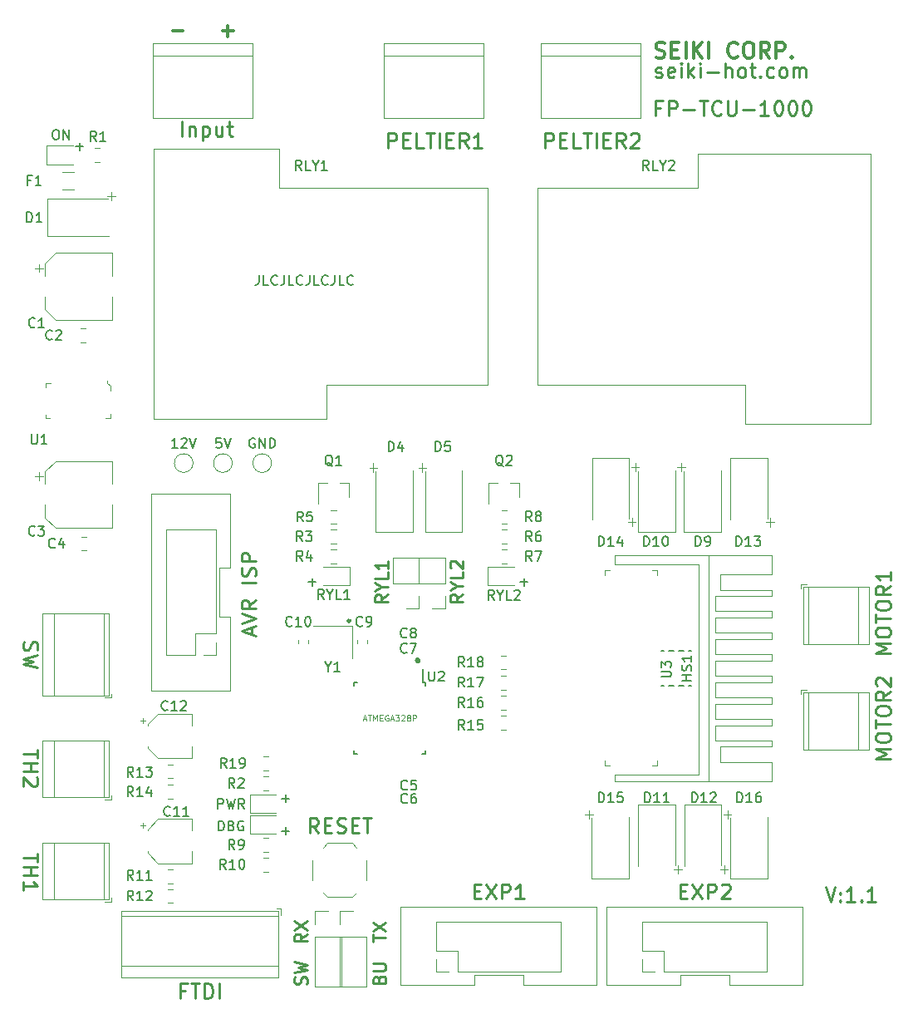
<source format=gbr>
%TF.GenerationSoftware,KiCad,Pcbnew,(5.1.6)-1*%
%TF.CreationDate,2022-04-28T16:11:12+09:00*%
%TF.ProjectId,FP-2500_TCU1000_V1.1,46502d32-3530-4305-9f54-435531303030,rev?*%
%TF.SameCoordinates,Original*%
%TF.FileFunction,Legend,Top*%
%TF.FilePolarity,Positive*%
%FSLAX46Y46*%
G04 Gerber Fmt 4.6, Leading zero omitted, Abs format (unit mm)*
G04 Created by KiCad (PCBNEW (5.1.6)-1) date 2022-04-28 16:11:12*
%MOMM*%
%LPD*%
G01*
G04 APERTURE LIST*
%ADD10C,0.100000*%
%ADD11C,0.300000*%
%ADD12C,0.150000*%
%ADD13C,0.200000*%
%ADD14C,0.250000*%
%ADD15C,0.120000*%
G04 APERTURE END LIST*
D10*
X57300000Y-161100000D02*
X57585714Y-161100000D01*
X57242857Y-161271428D02*
X57442857Y-160671428D01*
X57642857Y-161271428D01*
X57757142Y-160671428D02*
X58100000Y-160671428D01*
X57928571Y-161271428D02*
X57928571Y-160671428D01*
X58300000Y-161271428D02*
X58300000Y-160671428D01*
X58500000Y-161100000D01*
X58700000Y-160671428D01*
X58700000Y-161271428D01*
X58985714Y-160957142D02*
X59185714Y-160957142D01*
X59271428Y-161271428D02*
X58985714Y-161271428D01*
X58985714Y-160671428D01*
X59271428Y-160671428D01*
X59842857Y-160700000D02*
X59785714Y-160671428D01*
X59700000Y-160671428D01*
X59614285Y-160700000D01*
X59557142Y-160757142D01*
X59528571Y-160814285D01*
X59500000Y-160928571D01*
X59500000Y-161014285D01*
X59528571Y-161128571D01*
X59557142Y-161185714D01*
X59614285Y-161242857D01*
X59700000Y-161271428D01*
X59757142Y-161271428D01*
X59842857Y-161242857D01*
X59871428Y-161214285D01*
X59871428Y-161014285D01*
X59757142Y-161014285D01*
X60100000Y-161100000D02*
X60385714Y-161100000D01*
X60042857Y-161271428D02*
X60242857Y-160671428D01*
X60442857Y-161271428D01*
X60585714Y-160671428D02*
X60957142Y-160671428D01*
X60757142Y-160900000D01*
X60842857Y-160900000D01*
X60900000Y-160928571D01*
X60928571Y-160957142D01*
X60957142Y-161014285D01*
X60957142Y-161157142D01*
X60928571Y-161214285D01*
X60900000Y-161242857D01*
X60842857Y-161271428D01*
X60671428Y-161271428D01*
X60614285Y-161242857D01*
X60585714Y-161214285D01*
X61185714Y-160728571D02*
X61214285Y-160700000D01*
X61271428Y-160671428D01*
X61414285Y-160671428D01*
X61471428Y-160700000D01*
X61500000Y-160728571D01*
X61528571Y-160785714D01*
X61528571Y-160842857D01*
X61500000Y-160928571D01*
X61157142Y-161271428D01*
X61528571Y-161271428D01*
X61871428Y-160928571D02*
X61814285Y-160900000D01*
X61785714Y-160871428D01*
X61757142Y-160814285D01*
X61757142Y-160785714D01*
X61785714Y-160728571D01*
X61814285Y-160700000D01*
X61871428Y-160671428D01*
X61985714Y-160671428D01*
X62042857Y-160700000D01*
X62071428Y-160728571D01*
X62100000Y-160785714D01*
X62100000Y-160814285D01*
X62071428Y-160871428D01*
X62042857Y-160900000D01*
X61985714Y-160928571D01*
X61871428Y-160928571D01*
X61814285Y-160957142D01*
X61785714Y-160985714D01*
X61757142Y-161042857D01*
X61757142Y-161157142D01*
X61785714Y-161214285D01*
X61814285Y-161242857D01*
X61871428Y-161271428D01*
X61985714Y-161271428D01*
X62042857Y-161242857D01*
X62071428Y-161214285D01*
X62100000Y-161157142D01*
X62100000Y-161042857D01*
X62071428Y-160985714D01*
X62042857Y-160957142D01*
X61985714Y-160928571D01*
X62357142Y-161271428D02*
X62357142Y-160671428D01*
X62585714Y-160671428D01*
X62642857Y-160700000D01*
X62671428Y-160728571D01*
X62700000Y-160785714D01*
X62700000Y-160871428D01*
X62671428Y-160928571D01*
X62642857Y-160957142D01*
X62585714Y-160985714D01*
X62357142Y-160985714D01*
D11*
X55950000Y-151050000D02*
G75*
G03*
X55950000Y-151050000I-100000J0D01*
G01*
D12*
X28019047Y-102771428D02*
X28780952Y-102771428D01*
X28400000Y-103152380D02*
X28400000Y-102390476D01*
X73319047Y-147121428D02*
X74080952Y-147121428D01*
X73700000Y-147502380D02*
X73700000Y-146740476D01*
X51719047Y-147121428D02*
X52480952Y-147121428D01*
X52100000Y-147502380D02*
X52100000Y-146740476D01*
X49019047Y-169171428D02*
X49780952Y-169171428D01*
X49400000Y-169552380D02*
X49400000Y-168790476D01*
X49019047Y-172471428D02*
X49780952Y-172471428D01*
X49400000Y-172852380D02*
X49400000Y-172090476D01*
D13*
X70650000Y-148927380D02*
X70316666Y-148451190D01*
X70078571Y-148927380D02*
X70078571Y-147927380D01*
X70459523Y-147927380D01*
X70554761Y-147975000D01*
X70602380Y-148022619D01*
X70650000Y-148117857D01*
X70650000Y-148260714D01*
X70602380Y-148355952D01*
X70554761Y-148403571D01*
X70459523Y-148451190D01*
X70078571Y-148451190D01*
X71269047Y-148451190D02*
X71269047Y-148927380D01*
X70935714Y-147927380D02*
X71269047Y-148451190D01*
X71602380Y-147927380D01*
X72411904Y-148927380D02*
X71935714Y-148927380D01*
X71935714Y-147927380D01*
X72697619Y-148022619D02*
X72745238Y-147975000D01*
X72840476Y-147927380D01*
X73078571Y-147927380D01*
X73173809Y-147975000D01*
X73221428Y-148022619D01*
X73269047Y-148117857D01*
X73269047Y-148213095D01*
X73221428Y-148355952D01*
X72650000Y-148927380D01*
X73269047Y-148927380D01*
X53300000Y-148877380D02*
X52966666Y-148401190D01*
X52728571Y-148877380D02*
X52728571Y-147877380D01*
X53109523Y-147877380D01*
X53204761Y-147925000D01*
X53252380Y-147972619D01*
X53300000Y-148067857D01*
X53300000Y-148210714D01*
X53252380Y-148305952D01*
X53204761Y-148353571D01*
X53109523Y-148401190D01*
X52728571Y-148401190D01*
X53919047Y-148401190D02*
X53919047Y-148877380D01*
X53585714Y-147877380D02*
X53919047Y-148401190D01*
X54252380Y-147877380D01*
X55061904Y-148877380D02*
X54585714Y-148877380D01*
X54585714Y-147877380D01*
X55919047Y-148877380D02*
X55347619Y-148877380D01*
X55633333Y-148877380D02*
X55633333Y-147877380D01*
X55538095Y-148020238D01*
X55442857Y-148115476D01*
X55347619Y-148163095D01*
D12*
X46680952Y-115852380D02*
X46680952Y-116566666D01*
X46633333Y-116709523D01*
X46538095Y-116804761D01*
X46395238Y-116852380D01*
X46300000Y-116852380D01*
X47633333Y-116852380D02*
X47157142Y-116852380D01*
X47157142Y-115852380D01*
X48538095Y-116757142D02*
X48490476Y-116804761D01*
X48347619Y-116852380D01*
X48252380Y-116852380D01*
X48109523Y-116804761D01*
X48014285Y-116709523D01*
X47966666Y-116614285D01*
X47919047Y-116423809D01*
X47919047Y-116280952D01*
X47966666Y-116090476D01*
X48014285Y-115995238D01*
X48109523Y-115900000D01*
X48252380Y-115852380D01*
X48347619Y-115852380D01*
X48490476Y-115900000D01*
X48538095Y-115947619D01*
X49252380Y-115852380D02*
X49252380Y-116566666D01*
X49204761Y-116709523D01*
X49109523Y-116804761D01*
X48966666Y-116852380D01*
X48871428Y-116852380D01*
X50204761Y-116852380D02*
X49728571Y-116852380D01*
X49728571Y-115852380D01*
X51109523Y-116757142D02*
X51061904Y-116804761D01*
X50919047Y-116852380D01*
X50823809Y-116852380D01*
X50680952Y-116804761D01*
X50585714Y-116709523D01*
X50538095Y-116614285D01*
X50490476Y-116423809D01*
X50490476Y-116280952D01*
X50538095Y-116090476D01*
X50585714Y-115995238D01*
X50680952Y-115900000D01*
X50823809Y-115852380D01*
X50919047Y-115852380D01*
X51061904Y-115900000D01*
X51109523Y-115947619D01*
X51823809Y-115852380D02*
X51823809Y-116566666D01*
X51776190Y-116709523D01*
X51680952Y-116804761D01*
X51538095Y-116852380D01*
X51442857Y-116852380D01*
X52776190Y-116852380D02*
X52300000Y-116852380D01*
X52300000Y-115852380D01*
X53680952Y-116757142D02*
X53633333Y-116804761D01*
X53490476Y-116852380D01*
X53395238Y-116852380D01*
X53252380Y-116804761D01*
X53157142Y-116709523D01*
X53109523Y-116614285D01*
X53061904Y-116423809D01*
X53061904Y-116280952D01*
X53109523Y-116090476D01*
X53157142Y-115995238D01*
X53252380Y-115900000D01*
X53395238Y-115852380D01*
X53490476Y-115852380D01*
X53633333Y-115900000D01*
X53680952Y-115947619D01*
X54395238Y-115852380D02*
X54395238Y-116566666D01*
X54347619Y-116709523D01*
X54252380Y-116804761D01*
X54109523Y-116852380D01*
X54014285Y-116852380D01*
X55347619Y-116852380D02*
X54871428Y-116852380D01*
X54871428Y-115852380D01*
X56252380Y-116757142D02*
X56204761Y-116804761D01*
X56061904Y-116852380D01*
X55966666Y-116852380D01*
X55823809Y-116804761D01*
X55728571Y-116709523D01*
X55680952Y-116614285D01*
X55633333Y-116423809D01*
X55633333Y-116280952D01*
X55680952Y-116090476D01*
X55728571Y-115995238D01*
X55823809Y-115900000D01*
X55966666Y-115852380D01*
X56061904Y-115852380D01*
X56204761Y-115900000D01*
X56252380Y-115947619D01*
D13*
X38380952Y-133452380D02*
X37809523Y-133452380D01*
X38095238Y-133452380D02*
X38095238Y-132452380D01*
X38000000Y-132595238D01*
X37904761Y-132690476D01*
X37809523Y-132738095D01*
X38761904Y-132547619D02*
X38809523Y-132500000D01*
X38904761Y-132452380D01*
X39142857Y-132452380D01*
X39238095Y-132500000D01*
X39285714Y-132547619D01*
X39333333Y-132642857D01*
X39333333Y-132738095D01*
X39285714Y-132880952D01*
X38714285Y-133452380D01*
X39333333Y-133452380D01*
X39619047Y-132452380D02*
X39952380Y-133452380D01*
X40285714Y-132452380D01*
X42809523Y-132452380D02*
X42333333Y-132452380D01*
X42285714Y-132928571D01*
X42333333Y-132880952D01*
X42428571Y-132833333D01*
X42666666Y-132833333D01*
X42761904Y-132880952D01*
X42809523Y-132928571D01*
X42857142Y-133023809D01*
X42857142Y-133261904D01*
X42809523Y-133357142D01*
X42761904Y-133404761D01*
X42666666Y-133452380D01*
X42428571Y-133452380D01*
X42333333Y-133404761D01*
X42285714Y-133357142D01*
X43142857Y-132452380D02*
X43476190Y-133452380D01*
X43809523Y-132452380D01*
X46238095Y-132500000D02*
X46142857Y-132452380D01*
X46000000Y-132452380D01*
X45857142Y-132500000D01*
X45761904Y-132595238D01*
X45714285Y-132690476D01*
X45666666Y-132880952D01*
X45666666Y-133023809D01*
X45714285Y-133214285D01*
X45761904Y-133309523D01*
X45857142Y-133404761D01*
X46000000Y-133452380D01*
X46095238Y-133452380D01*
X46238095Y-133404761D01*
X46285714Y-133357142D01*
X46285714Y-133023809D01*
X46095238Y-133023809D01*
X46714285Y-133452380D02*
X46714285Y-132452380D01*
X47285714Y-133452380D01*
X47285714Y-132452380D01*
X47761904Y-133452380D02*
X47761904Y-132452380D01*
X48000000Y-132452380D01*
X48142857Y-132500000D01*
X48238095Y-132595238D01*
X48285714Y-132690476D01*
X48333333Y-132880952D01*
X48333333Y-133023809D01*
X48285714Y-133214285D01*
X48238095Y-133309523D01*
X48142857Y-133404761D01*
X48000000Y-133452380D01*
X47761904Y-133452380D01*
X25880952Y-101052380D02*
X26071428Y-101052380D01*
X26166666Y-101100000D01*
X26261904Y-101195238D01*
X26309523Y-101385714D01*
X26309523Y-101719047D01*
X26261904Y-101909523D01*
X26166666Y-102004761D01*
X26071428Y-102052380D01*
X25880952Y-102052380D01*
X25785714Y-102004761D01*
X25690476Y-101909523D01*
X25642857Y-101719047D01*
X25642857Y-101385714D01*
X25690476Y-101195238D01*
X25785714Y-101100000D01*
X25880952Y-101052380D01*
X26738095Y-102052380D02*
X26738095Y-101052380D01*
X27309523Y-102052380D01*
X27309523Y-101052380D01*
X42538095Y-172452380D02*
X42538095Y-171452380D01*
X42776190Y-171452380D01*
X42919047Y-171500000D01*
X43014285Y-171595238D01*
X43061904Y-171690476D01*
X43109523Y-171880952D01*
X43109523Y-172023809D01*
X43061904Y-172214285D01*
X43014285Y-172309523D01*
X42919047Y-172404761D01*
X42776190Y-172452380D01*
X42538095Y-172452380D01*
X43871428Y-171928571D02*
X44014285Y-171976190D01*
X44061904Y-172023809D01*
X44109523Y-172119047D01*
X44109523Y-172261904D01*
X44061904Y-172357142D01*
X44014285Y-172404761D01*
X43919047Y-172452380D01*
X43538095Y-172452380D01*
X43538095Y-171452380D01*
X43871428Y-171452380D01*
X43966666Y-171500000D01*
X44014285Y-171547619D01*
X44061904Y-171642857D01*
X44061904Y-171738095D01*
X44014285Y-171833333D01*
X43966666Y-171880952D01*
X43871428Y-171928571D01*
X43538095Y-171928571D01*
X45061904Y-171500000D02*
X44966666Y-171452380D01*
X44823809Y-171452380D01*
X44680952Y-171500000D01*
X44585714Y-171595238D01*
X44538095Y-171690476D01*
X44490476Y-171880952D01*
X44490476Y-172023809D01*
X44538095Y-172214285D01*
X44585714Y-172309523D01*
X44680952Y-172404761D01*
X44823809Y-172452380D01*
X44919047Y-172452380D01*
X45061904Y-172404761D01*
X45109523Y-172357142D01*
X45109523Y-172023809D01*
X44919047Y-172023809D01*
X42466666Y-170202380D02*
X42466666Y-169202380D01*
X42847619Y-169202380D01*
X42942857Y-169250000D01*
X42990476Y-169297619D01*
X43038095Y-169392857D01*
X43038095Y-169535714D01*
X42990476Y-169630952D01*
X42942857Y-169678571D01*
X42847619Y-169726190D01*
X42466666Y-169726190D01*
X43371428Y-169202380D02*
X43609523Y-170202380D01*
X43800000Y-169488095D01*
X43990476Y-170202380D01*
X44228571Y-169202380D01*
X45180952Y-170202380D02*
X44847619Y-169726190D01*
X44609523Y-170202380D02*
X44609523Y-169202380D01*
X44990476Y-169202380D01*
X45085714Y-169250000D01*
X45133333Y-169297619D01*
X45180952Y-169392857D01*
X45180952Y-169535714D01*
X45133333Y-169630952D01*
X45085714Y-169678571D01*
X44990476Y-169726190D01*
X44609523Y-169726190D01*
D14*
X51526190Y-188083332D02*
X51588095Y-187897618D01*
X51588095Y-187588094D01*
X51526190Y-187464285D01*
X51464285Y-187402380D01*
X51340476Y-187340475D01*
X51216666Y-187340475D01*
X51092857Y-187402380D01*
X51030952Y-187464285D01*
X50969047Y-187588094D01*
X50907142Y-187835713D01*
X50845238Y-187959523D01*
X50783333Y-188021427D01*
X50659523Y-188083332D01*
X50535714Y-188083332D01*
X50411904Y-188021427D01*
X50350000Y-187959523D01*
X50288095Y-187835713D01*
X50288095Y-187526189D01*
X50350000Y-187340475D01*
X50288095Y-186907142D02*
X51588095Y-186597618D01*
X50659523Y-186349999D01*
X51588095Y-186102380D01*
X50288095Y-185792856D01*
X58907142Y-187588095D02*
X58969047Y-187402380D01*
X59030952Y-187340476D01*
X59154761Y-187278571D01*
X59340476Y-187278571D01*
X59464285Y-187340476D01*
X59526190Y-187402380D01*
X59588095Y-187526190D01*
X59588095Y-188021428D01*
X58288095Y-188021428D01*
X58288095Y-187588095D01*
X58350000Y-187464285D01*
X58411904Y-187402380D01*
X58535714Y-187340476D01*
X58659523Y-187340476D01*
X58783333Y-187402380D01*
X58845238Y-187464285D01*
X58907142Y-187588095D01*
X58907142Y-188021428D01*
X58288095Y-186721428D02*
X59340476Y-186721428D01*
X59464285Y-186659523D01*
X59526190Y-186597619D01*
X59588095Y-186473809D01*
X59588095Y-186226190D01*
X59526190Y-186102380D01*
X59464285Y-186040476D01*
X59340476Y-185978571D01*
X58288095Y-185978571D01*
X104407142Y-178178571D02*
X104907142Y-179678571D01*
X105407142Y-178178571D01*
X105907142Y-179535714D02*
X105978571Y-179607142D01*
X105907142Y-179678571D01*
X105835714Y-179607142D01*
X105907142Y-179535714D01*
X105907142Y-179678571D01*
X105907142Y-178750000D02*
X105978571Y-178821428D01*
X105907142Y-178892857D01*
X105835714Y-178821428D01*
X105907142Y-178750000D01*
X105907142Y-178892857D01*
X107407142Y-179678571D02*
X106550000Y-179678571D01*
X106978571Y-179678571D02*
X106978571Y-178178571D01*
X106835714Y-178392857D01*
X106692857Y-178535714D01*
X106550000Y-178607142D01*
X108050000Y-179535714D02*
X108121428Y-179607142D01*
X108050000Y-179678571D01*
X107978571Y-179607142D01*
X108050000Y-179535714D01*
X108050000Y-179678571D01*
X109550000Y-179678571D02*
X108692857Y-179678571D01*
X109121428Y-179678571D02*
X109121428Y-178178571D01*
X108978571Y-178392857D01*
X108835714Y-178535714D01*
X108692857Y-178607142D01*
X87621428Y-98792857D02*
X87121428Y-98792857D01*
X87121428Y-99578571D02*
X87121428Y-98078571D01*
X87835714Y-98078571D01*
X88407142Y-99578571D02*
X88407142Y-98078571D01*
X88978571Y-98078571D01*
X89121428Y-98150000D01*
X89192857Y-98221428D01*
X89264285Y-98364285D01*
X89264285Y-98578571D01*
X89192857Y-98721428D01*
X89121428Y-98792857D01*
X88978571Y-98864285D01*
X88407142Y-98864285D01*
X89907142Y-99007142D02*
X91050000Y-99007142D01*
X91550000Y-98078571D02*
X92407142Y-98078571D01*
X91978571Y-99578571D02*
X91978571Y-98078571D01*
X93764285Y-99435714D02*
X93692857Y-99507142D01*
X93478571Y-99578571D01*
X93335714Y-99578571D01*
X93121428Y-99507142D01*
X92978571Y-99364285D01*
X92907142Y-99221428D01*
X92835714Y-98935714D01*
X92835714Y-98721428D01*
X92907142Y-98435714D01*
X92978571Y-98292857D01*
X93121428Y-98150000D01*
X93335714Y-98078571D01*
X93478571Y-98078571D01*
X93692857Y-98150000D01*
X93764285Y-98221428D01*
X94407142Y-98078571D02*
X94407142Y-99292857D01*
X94478571Y-99435714D01*
X94550000Y-99507142D01*
X94692857Y-99578571D01*
X94978571Y-99578571D01*
X95121428Y-99507142D01*
X95192857Y-99435714D01*
X95264285Y-99292857D01*
X95264285Y-98078571D01*
X95978571Y-99007142D02*
X97121428Y-99007142D01*
X98621428Y-99578571D02*
X97764285Y-99578571D01*
X98192857Y-99578571D02*
X98192857Y-98078571D01*
X98050000Y-98292857D01*
X97907142Y-98435714D01*
X97764285Y-98507142D01*
X99550000Y-98078571D02*
X99692857Y-98078571D01*
X99835714Y-98150000D01*
X99907142Y-98221428D01*
X99978571Y-98364285D01*
X100050000Y-98650000D01*
X100050000Y-99007142D01*
X99978571Y-99292857D01*
X99907142Y-99435714D01*
X99835714Y-99507142D01*
X99692857Y-99578571D01*
X99550000Y-99578571D01*
X99407142Y-99507142D01*
X99335714Y-99435714D01*
X99264285Y-99292857D01*
X99192857Y-99007142D01*
X99192857Y-98650000D01*
X99264285Y-98364285D01*
X99335714Y-98221428D01*
X99407142Y-98150000D01*
X99550000Y-98078571D01*
X100978571Y-98078571D02*
X101121428Y-98078571D01*
X101264285Y-98150000D01*
X101335714Y-98221428D01*
X101407142Y-98364285D01*
X101478571Y-98650000D01*
X101478571Y-99007142D01*
X101407142Y-99292857D01*
X101335714Y-99435714D01*
X101264285Y-99507142D01*
X101121428Y-99578571D01*
X100978571Y-99578571D01*
X100835714Y-99507142D01*
X100764285Y-99435714D01*
X100692857Y-99292857D01*
X100621428Y-99007142D01*
X100621428Y-98650000D01*
X100692857Y-98364285D01*
X100764285Y-98221428D01*
X100835714Y-98150000D01*
X100978571Y-98078571D01*
X102407142Y-98078571D02*
X102550000Y-98078571D01*
X102692857Y-98150000D01*
X102764285Y-98221428D01*
X102835714Y-98364285D01*
X102907142Y-98650000D01*
X102907142Y-99007142D01*
X102835714Y-99292857D01*
X102764285Y-99435714D01*
X102692857Y-99507142D01*
X102550000Y-99578571D01*
X102407142Y-99578571D01*
X102264285Y-99507142D01*
X102192857Y-99435714D01*
X102121428Y-99292857D01*
X102050000Y-99007142D01*
X102050000Y-98650000D01*
X102121428Y-98364285D01*
X102192857Y-98221428D01*
X102264285Y-98150000D01*
X102407142Y-98078571D01*
X58288095Y-183740476D02*
X58288095Y-182997619D01*
X59588095Y-183369047D02*
X58288095Y-183369047D01*
X58288095Y-182688095D02*
X59588095Y-181821428D01*
X58288095Y-181821428D02*
X59588095Y-182688095D01*
X51588095Y-182966666D02*
X50969047Y-183400000D01*
X51588095Y-183709523D02*
X50288095Y-183709523D01*
X50288095Y-183214285D01*
X50350000Y-183090476D01*
X50411904Y-183028571D01*
X50535714Y-182966666D01*
X50721428Y-182966666D01*
X50845238Y-183028571D01*
X50907142Y-183090476D01*
X50969047Y-183214285D01*
X50969047Y-183709523D01*
X50288095Y-182533333D02*
X51588095Y-181666666D01*
X50288095Y-181666666D02*
X51588095Y-182533333D01*
X67438095Y-148350000D02*
X66819047Y-148783333D01*
X67438095Y-149092857D02*
X66138095Y-149092857D01*
X66138095Y-148597619D01*
X66200000Y-148473809D01*
X66261904Y-148411904D01*
X66385714Y-148350000D01*
X66571428Y-148350000D01*
X66695238Y-148411904D01*
X66757142Y-148473809D01*
X66819047Y-148597619D01*
X66819047Y-149092857D01*
X66819047Y-147545238D02*
X67438095Y-147545238D01*
X66138095Y-147978571D02*
X66819047Y-147545238D01*
X66138095Y-147111904D01*
X67438095Y-146059523D02*
X67438095Y-146678571D01*
X66138095Y-146678571D01*
X66261904Y-145688095D02*
X66200000Y-145626190D01*
X66138095Y-145502380D01*
X66138095Y-145192857D01*
X66200000Y-145069047D01*
X66261904Y-145007142D01*
X66385714Y-144945238D01*
X66509523Y-144945238D01*
X66695238Y-145007142D01*
X67438095Y-145750000D01*
X67438095Y-144945238D01*
X59788095Y-148400000D02*
X59169047Y-148833333D01*
X59788095Y-149142857D02*
X58488095Y-149142857D01*
X58488095Y-148647619D01*
X58550000Y-148523809D01*
X58611904Y-148461904D01*
X58735714Y-148400000D01*
X58921428Y-148400000D01*
X59045238Y-148461904D01*
X59107142Y-148523809D01*
X59169047Y-148647619D01*
X59169047Y-149142857D01*
X59169047Y-147595238D02*
X59788095Y-147595238D01*
X58488095Y-148028571D02*
X59169047Y-147595238D01*
X58488095Y-147161904D01*
X59788095Y-146109523D02*
X59788095Y-146728571D01*
X58488095Y-146728571D01*
X59788095Y-144995238D02*
X59788095Y-145738095D01*
X59788095Y-145366666D02*
X58488095Y-145366666D01*
X58673809Y-145490476D01*
X58797619Y-145614285D01*
X58859523Y-145738095D01*
X24121428Y-174771428D02*
X24121428Y-175628571D01*
X22621428Y-175200000D02*
X24121428Y-175200000D01*
X22621428Y-176128571D02*
X24121428Y-176128571D01*
X23407142Y-176128571D02*
X23407142Y-176985714D01*
X22621428Y-176985714D02*
X24121428Y-176985714D01*
X22621428Y-178485714D02*
X22621428Y-177628571D01*
X22621428Y-178057142D02*
X24121428Y-178057142D01*
X23907142Y-177914285D01*
X23764285Y-177771428D01*
X23692857Y-177628571D01*
X24121428Y-164171428D02*
X24121428Y-165028571D01*
X22621428Y-164600000D02*
X24121428Y-164600000D01*
X22621428Y-165528571D02*
X24121428Y-165528571D01*
X23407142Y-165528571D02*
X23407142Y-166385714D01*
X22621428Y-166385714D02*
X24121428Y-166385714D01*
X23978571Y-167028571D02*
X24050000Y-167100000D01*
X24121428Y-167242857D01*
X24121428Y-167600000D01*
X24050000Y-167742857D01*
X23978571Y-167814285D01*
X23835714Y-167885714D01*
X23692857Y-167885714D01*
X23478571Y-167814285D01*
X22621428Y-166957142D01*
X22621428Y-167885714D01*
X22692857Y-153214285D02*
X22621428Y-153428571D01*
X22621428Y-153785714D01*
X22692857Y-153928571D01*
X22764285Y-154000000D01*
X22907142Y-154071428D01*
X23050000Y-154071428D01*
X23192857Y-154000000D01*
X23264285Y-153928571D01*
X23335714Y-153785714D01*
X23407142Y-153500000D01*
X23478571Y-153357142D01*
X23550000Y-153285714D01*
X23692857Y-153214285D01*
X23835714Y-153214285D01*
X23978571Y-153285714D01*
X24050000Y-153357142D01*
X24121428Y-153500000D01*
X24121428Y-153857142D01*
X24050000Y-154071428D01*
X24121428Y-154571428D02*
X22621428Y-154928571D01*
X23692857Y-155214285D01*
X22621428Y-155500000D01*
X24121428Y-155857142D01*
X45950000Y-152442857D02*
X45950000Y-151728571D01*
X46378571Y-152585714D02*
X44878571Y-152085714D01*
X46378571Y-151585714D01*
X44878571Y-151300000D02*
X46378571Y-150800000D01*
X44878571Y-150300000D01*
X46378571Y-148942857D02*
X45664285Y-149442857D01*
X46378571Y-149800000D02*
X44878571Y-149800000D01*
X44878571Y-149228571D01*
X44950000Y-149085714D01*
X45021428Y-149014285D01*
X45164285Y-148942857D01*
X45378571Y-148942857D01*
X45521428Y-149014285D01*
X45592857Y-149085714D01*
X45664285Y-149228571D01*
X45664285Y-149800000D01*
X46378571Y-147157142D02*
X44878571Y-147157142D01*
X46307142Y-146514285D02*
X46378571Y-146300000D01*
X46378571Y-145942857D01*
X46307142Y-145800000D01*
X46235714Y-145728571D01*
X46092857Y-145657142D01*
X45950000Y-145657142D01*
X45807142Y-145728571D01*
X45735714Y-145800000D01*
X45664285Y-145942857D01*
X45592857Y-146228571D01*
X45521428Y-146371428D01*
X45450000Y-146442857D01*
X45307142Y-146514285D01*
X45164285Y-146514285D01*
X45021428Y-146442857D01*
X44950000Y-146371428D01*
X44878571Y-146228571D01*
X44878571Y-145871428D01*
X44950000Y-145657142D01*
X46378571Y-145014285D02*
X44878571Y-145014285D01*
X44878571Y-144442857D01*
X44950000Y-144300000D01*
X45021428Y-144228571D01*
X45164285Y-144157142D01*
X45378571Y-144157142D01*
X45521428Y-144228571D01*
X45592857Y-144300000D01*
X45664285Y-144442857D01*
X45664285Y-145014285D01*
X52721428Y-172678571D02*
X52221428Y-171964285D01*
X51864285Y-172678571D02*
X51864285Y-171178571D01*
X52435714Y-171178571D01*
X52578571Y-171250000D01*
X52650000Y-171321428D01*
X52721428Y-171464285D01*
X52721428Y-171678571D01*
X52650000Y-171821428D01*
X52578571Y-171892857D01*
X52435714Y-171964285D01*
X51864285Y-171964285D01*
X53364285Y-171892857D02*
X53864285Y-171892857D01*
X54078571Y-172678571D02*
X53364285Y-172678571D01*
X53364285Y-171178571D01*
X54078571Y-171178571D01*
X54650000Y-172607142D02*
X54864285Y-172678571D01*
X55221428Y-172678571D01*
X55364285Y-172607142D01*
X55435714Y-172535714D01*
X55507142Y-172392857D01*
X55507142Y-172250000D01*
X55435714Y-172107142D01*
X55364285Y-172035714D01*
X55221428Y-171964285D01*
X54935714Y-171892857D01*
X54792857Y-171821428D01*
X54721428Y-171750000D01*
X54650000Y-171607142D01*
X54650000Y-171464285D01*
X54721428Y-171321428D01*
X54792857Y-171250000D01*
X54935714Y-171178571D01*
X55292857Y-171178571D01*
X55507142Y-171250000D01*
X56150000Y-171892857D02*
X56650000Y-171892857D01*
X56864285Y-172678571D02*
X56150000Y-172678571D01*
X56150000Y-171178571D01*
X56864285Y-171178571D01*
X57292857Y-171178571D02*
X58150000Y-171178571D01*
X57721428Y-172678571D02*
X57721428Y-171178571D01*
X39185714Y-188742857D02*
X38685714Y-188742857D01*
X38685714Y-189528571D02*
X38685714Y-188028571D01*
X39400000Y-188028571D01*
X39757142Y-188028571D02*
X40614285Y-188028571D01*
X40185714Y-189528571D02*
X40185714Y-188028571D01*
X41114285Y-189528571D02*
X41114285Y-188028571D01*
X41471428Y-188028571D01*
X41685714Y-188100000D01*
X41828571Y-188242857D01*
X41900000Y-188385714D01*
X41971428Y-188671428D01*
X41971428Y-188885714D01*
X41900000Y-189171428D01*
X41828571Y-189314285D01*
X41685714Y-189457142D01*
X41471428Y-189528571D01*
X41114285Y-189528571D01*
X42614285Y-189528571D02*
X42614285Y-188028571D01*
X89600000Y-178592857D02*
X90100000Y-178592857D01*
X90314285Y-179378571D02*
X89600000Y-179378571D01*
X89600000Y-177878571D01*
X90314285Y-177878571D01*
X90814285Y-177878571D02*
X91814285Y-179378571D01*
X91814285Y-177878571D02*
X90814285Y-179378571D01*
X92385714Y-179378571D02*
X92385714Y-177878571D01*
X92957142Y-177878571D01*
X93100000Y-177950000D01*
X93171428Y-178021428D01*
X93242857Y-178164285D01*
X93242857Y-178378571D01*
X93171428Y-178521428D01*
X93100000Y-178592857D01*
X92957142Y-178664285D01*
X92385714Y-178664285D01*
X93814285Y-178021428D02*
X93885714Y-177950000D01*
X94028571Y-177878571D01*
X94385714Y-177878571D01*
X94528571Y-177950000D01*
X94600000Y-178021428D01*
X94671428Y-178164285D01*
X94671428Y-178307142D01*
X94600000Y-178521428D01*
X93742857Y-179378571D01*
X94671428Y-179378571D01*
X68600000Y-178592857D02*
X69100000Y-178592857D01*
X69314285Y-179378571D02*
X68600000Y-179378571D01*
X68600000Y-177878571D01*
X69314285Y-177878571D01*
X69814285Y-177878571D02*
X70814285Y-179378571D01*
X70814285Y-177878571D02*
X69814285Y-179378571D01*
X71385714Y-179378571D02*
X71385714Y-177878571D01*
X71957142Y-177878571D01*
X72100000Y-177950000D01*
X72171428Y-178021428D01*
X72242857Y-178164285D01*
X72242857Y-178378571D01*
X72171428Y-178521428D01*
X72100000Y-178592857D01*
X71957142Y-178664285D01*
X71385714Y-178664285D01*
X73671428Y-179378571D02*
X72814285Y-179378571D01*
X73242857Y-179378571D02*
X73242857Y-177878571D01*
X73100000Y-178092857D01*
X72957142Y-178235714D01*
X72814285Y-178307142D01*
X111028571Y-165107142D02*
X109528571Y-165107142D01*
X110600000Y-164607142D01*
X109528571Y-164107142D01*
X111028571Y-164107142D01*
X109528571Y-163107142D02*
X109528571Y-162821428D01*
X109600000Y-162678571D01*
X109742857Y-162535714D01*
X110028571Y-162464285D01*
X110528571Y-162464285D01*
X110814285Y-162535714D01*
X110957142Y-162678571D01*
X111028571Y-162821428D01*
X111028571Y-163107142D01*
X110957142Y-163250000D01*
X110814285Y-163392857D01*
X110528571Y-163464285D01*
X110028571Y-163464285D01*
X109742857Y-163392857D01*
X109600000Y-163250000D01*
X109528571Y-163107142D01*
X109528571Y-162035714D02*
X109528571Y-161178571D01*
X111028571Y-161607142D02*
X109528571Y-161607142D01*
X109528571Y-160392857D02*
X109528571Y-160107142D01*
X109600000Y-159964285D01*
X109742857Y-159821428D01*
X110028571Y-159750000D01*
X110528571Y-159750000D01*
X110814285Y-159821428D01*
X110957142Y-159964285D01*
X111028571Y-160107142D01*
X111028571Y-160392857D01*
X110957142Y-160535714D01*
X110814285Y-160678571D01*
X110528571Y-160750000D01*
X110028571Y-160750000D01*
X109742857Y-160678571D01*
X109600000Y-160535714D01*
X109528571Y-160392857D01*
X111028571Y-158250000D02*
X110314285Y-158750000D01*
X111028571Y-159107142D02*
X109528571Y-159107142D01*
X109528571Y-158535714D01*
X109600000Y-158392857D01*
X109671428Y-158321428D01*
X109814285Y-158250000D01*
X110028571Y-158250000D01*
X110171428Y-158321428D01*
X110242857Y-158392857D01*
X110314285Y-158535714D01*
X110314285Y-159107142D01*
X109671428Y-157678571D02*
X109600000Y-157607142D01*
X109528571Y-157464285D01*
X109528571Y-157107142D01*
X109600000Y-156964285D01*
X109671428Y-156892857D01*
X109814285Y-156821428D01*
X109957142Y-156821428D01*
X110171428Y-156892857D01*
X111028571Y-157750000D01*
X111028571Y-156821428D01*
X111028571Y-154357142D02*
X109528571Y-154357142D01*
X110600000Y-153857142D01*
X109528571Y-153357142D01*
X111028571Y-153357142D01*
X109528571Y-152357142D02*
X109528571Y-152071428D01*
X109600000Y-151928571D01*
X109742857Y-151785714D01*
X110028571Y-151714285D01*
X110528571Y-151714285D01*
X110814285Y-151785714D01*
X110957142Y-151928571D01*
X111028571Y-152071428D01*
X111028571Y-152357142D01*
X110957142Y-152500000D01*
X110814285Y-152642857D01*
X110528571Y-152714285D01*
X110028571Y-152714285D01*
X109742857Y-152642857D01*
X109600000Y-152500000D01*
X109528571Y-152357142D01*
X109528571Y-151285714D02*
X109528571Y-150428571D01*
X111028571Y-150857142D02*
X109528571Y-150857142D01*
X109528571Y-149642857D02*
X109528571Y-149357142D01*
X109600000Y-149214285D01*
X109742857Y-149071428D01*
X110028571Y-149000000D01*
X110528571Y-149000000D01*
X110814285Y-149071428D01*
X110957142Y-149214285D01*
X111028571Y-149357142D01*
X111028571Y-149642857D01*
X110957142Y-149785714D01*
X110814285Y-149928571D01*
X110528571Y-150000000D01*
X110028571Y-150000000D01*
X109742857Y-149928571D01*
X109600000Y-149785714D01*
X109528571Y-149642857D01*
X111028571Y-147500000D02*
X110314285Y-148000000D01*
X111028571Y-148357142D02*
X109528571Y-148357142D01*
X109528571Y-147785714D01*
X109600000Y-147642857D01*
X109671428Y-147571428D01*
X109814285Y-147500000D01*
X110028571Y-147500000D01*
X110171428Y-147571428D01*
X110242857Y-147642857D01*
X110314285Y-147785714D01*
X110314285Y-148357142D01*
X111028571Y-146071428D02*
X111028571Y-146928571D01*
X111028571Y-146500000D02*
X109528571Y-146500000D01*
X109742857Y-146642857D01*
X109885714Y-146785714D01*
X109957142Y-146928571D01*
X75850000Y-102878571D02*
X75850000Y-101378571D01*
X76421428Y-101378571D01*
X76564285Y-101450000D01*
X76635714Y-101521428D01*
X76707142Y-101664285D01*
X76707142Y-101878571D01*
X76635714Y-102021428D01*
X76564285Y-102092857D01*
X76421428Y-102164285D01*
X75850000Y-102164285D01*
X77350000Y-102092857D02*
X77850000Y-102092857D01*
X78064285Y-102878571D02*
X77350000Y-102878571D01*
X77350000Y-101378571D01*
X78064285Y-101378571D01*
X79421428Y-102878571D02*
X78707142Y-102878571D01*
X78707142Y-101378571D01*
X79707142Y-101378571D02*
X80564285Y-101378571D01*
X80135714Y-102878571D02*
X80135714Y-101378571D01*
X81064285Y-102878571D02*
X81064285Y-101378571D01*
X81778571Y-102092857D02*
X82278571Y-102092857D01*
X82492857Y-102878571D02*
X81778571Y-102878571D01*
X81778571Y-101378571D01*
X82492857Y-101378571D01*
X83992857Y-102878571D02*
X83492857Y-102164285D01*
X83135714Y-102878571D02*
X83135714Y-101378571D01*
X83707142Y-101378571D01*
X83850000Y-101450000D01*
X83921428Y-101521428D01*
X83992857Y-101664285D01*
X83992857Y-101878571D01*
X83921428Y-102021428D01*
X83850000Y-102092857D01*
X83707142Y-102164285D01*
X83135714Y-102164285D01*
X84564285Y-101521428D02*
X84635714Y-101450000D01*
X84778571Y-101378571D01*
X85135714Y-101378571D01*
X85278571Y-101450000D01*
X85350000Y-101521428D01*
X85421428Y-101664285D01*
X85421428Y-101807142D01*
X85350000Y-102021428D01*
X84492857Y-102878571D01*
X85421428Y-102878571D01*
X59850000Y-102878571D02*
X59850000Y-101378571D01*
X60421428Y-101378571D01*
X60564285Y-101450000D01*
X60635714Y-101521428D01*
X60707142Y-101664285D01*
X60707142Y-101878571D01*
X60635714Y-102021428D01*
X60564285Y-102092857D01*
X60421428Y-102164285D01*
X59850000Y-102164285D01*
X61350000Y-102092857D02*
X61850000Y-102092857D01*
X62064285Y-102878571D02*
X61350000Y-102878571D01*
X61350000Y-101378571D01*
X62064285Y-101378571D01*
X63421428Y-102878571D02*
X62707142Y-102878571D01*
X62707142Y-101378571D01*
X63707142Y-101378571D02*
X64564285Y-101378571D01*
X64135714Y-102878571D02*
X64135714Y-101378571D01*
X65064285Y-102878571D02*
X65064285Y-101378571D01*
X65778571Y-102092857D02*
X66278571Y-102092857D01*
X66492857Y-102878571D02*
X65778571Y-102878571D01*
X65778571Y-101378571D01*
X66492857Y-101378571D01*
X67992857Y-102878571D02*
X67492857Y-102164285D01*
X67135714Y-102878571D02*
X67135714Y-101378571D01*
X67707142Y-101378571D01*
X67850000Y-101450000D01*
X67921428Y-101521428D01*
X67992857Y-101664285D01*
X67992857Y-101878571D01*
X67921428Y-102021428D01*
X67850000Y-102092857D01*
X67707142Y-102164285D01*
X67135714Y-102164285D01*
X69421428Y-102878571D02*
X68564285Y-102878571D01*
X68992857Y-102878571D02*
X68992857Y-101378571D01*
X68850000Y-101592857D01*
X68707142Y-101735714D01*
X68564285Y-101807142D01*
X38835714Y-101678571D02*
X38835714Y-100178571D01*
X39550000Y-100678571D02*
X39550000Y-101678571D01*
X39550000Y-100821428D02*
X39621428Y-100750000D01*
X39764285Y-100678571D01*
X39978571Y-100678571D01*
X40121428Y-100750000D01*
X40192857Y-100892857D01*
X40192857Y-101678571D01*
X40907142Y-100678571D02*
X40907142Y-102178571D01*
X40907142Y-100750000D02*
X41050000Y-100678571D01*
X41335714Y-100678571D01*
X41478571Y-100750000D01*
X41550000Y-100821428D01*
X41621428Y-100964285D01*
X41621428Y-101392857D01*
X41550000Y-101535714D01*
X41478571Y-101607142D01*
X41335714Y-101678571D01*
X41050000Y-101678571D01*
X40907142Y-101607142D01*
X42907142Y-100678571D02*
X42907142Y-101678571D01*
X42264285Y-100678571D02*
X42264285Y-101464285D01*
X42335714Y-101607142D01*
X42478571Y-101678571D01*
X42692857Y-101678571D01*
X42835714Y-101607142D01*
X42907142Y-101535714D01*
X43407142Y-100678571D02*
X43978571Y-100678571D01*
X43621428Y-100178571D02*
X43621428Y-101464285D01*
X43692857Y-101607142D01*
X43835714Y-101678571D01*
X43978571Y-101678571D01*
D11*
X37866666Y-91000000D02*
X38933333Y-91000000D01*
X42966666Y-91000000D02*
X44033333Y-91000000D01*
X43500000Y-91533333D02*
X43500000Y-90466666D01*
D14*
X87121428Y-95657142D02*
X87264285Y-95728571D01*
X87550000Y-95728571D01*
X87692857Y-95657142D01*
X87764285Y-95514285D01*
X87764285Y-95442857D01*
X87692857Y-95300000D01*
X87550000Y-95228571D01*
X87335714Y-95228571D01*
X87192857Y-95157142D01*
X87121428Y-95014285D01*
X87121428Y-94942857D01*
X87192857Y-94800000D01*
X87335714Y-94728571D01*
X87550000Y-94728571D01*
X87692857Y-94800000D01*
X88978571Y-95657142D02*
X88835714Y-95728571D01*
X88550000Y-95728571D01*
X88407142Y-95657142D01*
X88335714Y-95514285D01*
X88335714Y-94942857D01*
X88407142Y-94800000D01*
X88550000Y-94728571D01*
X88835714Y-94728571D01*
X88978571Y-94800000D01*
X89050000Y-94942857D01*
X89050000Y-95085714D01*
X88335714Y-95228571D01*
X89692857Y-95728571D02*
X89692857Y-94728571D01*
X89692857Y-94228571D02*
X89621428Y-94300000D01*
X89692857Y-94371428D01*
X89764285Y-94300000D01*
X89692857Y-94228571D01*
X89692857Y-94371428D01*
X90407142Y-95728571D02*
X90407142Y-94228571D01*
X90550000Y-95157142D02*
X90978571Y-95728571D01*
X90978571Y-94728571D02*
X90407142Y-95300000D01*
X91621428Y-95728571D02*
X91621428Y-94728571D01*
X91621428Y-94228571D02*
X91550000Y-94300000D01*
X91621428Y-94371428D01*
X91692857Y-94300000D01*
X91621428Y-94228571D01*
X91621428Y-94371428D01*
X92335714Y-95157142D02*
X93478571Y-95157142D01*
X94192857Y-95728571D02*
X94192857Y-94228571D01*
X94835714Y-95728571D02*
X94835714Y-94942857D01*
X94764285Y-94800000D01*
X94621428Y-94728571D01*
X94407142Y-94728571D01*
X94264285Y-94800000D01*
X94192857Y-94871428D01*
X95764285Y-95728571D02*
X95621428Y-95657142D01*
X95550000Y-95585714D01*
X95478571Y-95442857D01*
X95478571Y-95014285D01*
X95550000Y-94871428D01*
X95621428Y-94800000D01*
X95764285Y-94728571D01*
X95978571Y-94728571D01*
X96121428Y-94800000D01*
X96192857Y-94871428D01*
X96264285Y-95014285D01*
X96264285Y-95442857D01*
X96192857Y-95585714D01*
X96121428Y-95657142D01*
X95978571Y-95728571D01*
X95764285Y-95728571D01*
X96692857Y-94728571D02*
X97264285Y-94728571D01*
X96907142Y-94228571D02*
X96907142Y-95514285D01*
X96978571Y-95657142D01*
X97121428Y-95728571D01*
X97264285Y-95728571D01*
X97764285Y-95585714D02*
X97835714Y-95657142D01*
X97764285Y-95728571D01*
X97692857Y-95657142D01*
X97764285Y-95585714D01*
X97764285Y-95728571D01*
X99121428Y-95657142D02*
X98978571Y-95728571D01*
X98692857Y-95728571D01*
X98550000Y-95657142D01*
X98478571Y-95585714D01*
X98407142Y-95442857D01*
X98407142Y-95014285D01*
X98478571Y-94871428D01*
X98550000Y-94800000D01*
X98692857Y-94728571D01*
X98978571Y-94728571D01*
X99121428Y-94800000D01*
X99978571Y-95728571D02*
X99835714Y-95657142D01*
X99764285Y-95585714D01*
X99692857Y-95442857D01*
X99692857Y-95014285D01*
X99764285Y-94871428D01*
X99835714Y-94800000D01*
X99978571Y-94728571D01*
X100192857Y-94728571D01*
X100335714Y-94800000D01*
X100407142Y-94871428D01*
X100478571Y-95014285D01*
X100478571Y-95442857D01*
X100407142Y-95585714D01*
X100335714Y-95657142D01*
X100192857Y-95728571D01*
X99978571Y-95728571D01*
X101121428Y-95728571D02*
X101121428Y-94728571D01*
X101121428Y-94871428D02*
X101192857Y-94800000D01*
X101335714Y-94728571D01*
X101550000Y-94728571D01*
X101692857Y-94800000D01*
X101764285Y-94942857D01*
X101764285Y-95728571D01*
X101764285Y-94942857D02*
X101835714Y-94800000D01*
X101978571Y-94728571D01*
X102192857Y-94728571D01*
X102335714Y-94800000D01*
X102407142Y-94942857D01*
X102407142Y-95728571D01*
D11*
X87128571Y-93647619D02*
X87357142Y-93723809D01*
X87738095Y-93723809D01*
X87890476Y-93647619D01*
X87966666Y-93571428D01*
X88042857Y-93419047D01*
X88042857Y-93266666D01*
X87966666Y-93114285D01*
X87890476Y-93038095D01*
X87738095Y-92961904D01*
X87433333Y-92885714D01*
X87280952Y-92809523D01*
X87204761Y-92733333D01*
X87128571Y-92580952D01*
X87128571Y-92428571D01*
X87204761Y-92276190D01*
X87280952Y-92200000D01*
X87433333Y-92123809D01*
X87814285Y-92123809D01*
X88042857Y-92200000D01*
X88728571Y-92885714D02*
X89261904Y-92885714D01*
X89490476Y-93723809D02*
X88728571Y-93723809D01*
X88728571Y-92123809D01*
X89490476Y-92123809D01*
X90176190Y-93723809D02*
X90176190Y-92123809D01*
X90938095Y-93723809D02*
X90938095Y-92123809D01*
X91852380Y-93723809D02*
X91166666Y-92809523D01*
X91852380Y-92123809D02*
X90938095Y-93038095D01*
X92538095Y-93723809D02*
X92538095Y-92123809D01*
X95433333Y-93571428D02*
X95357142Y-93647619D01*
X95128571Y-93723809D01*
X94976190Y-93723809D01*
X94747619Y-93647619D01*
X94595238Y-93495238D01*
X94519047Y-93342857D01*
X94442857Y-93038095D01*
X94442857Y-92809523D01*
X94519047Y-92504761D01*
X94595238Y-92352380D01*
X94747619Y-92200000D01*
X94976190Y-92123809D01*
X95128571Y-92123809D01*
X95357142Y-92200000D01*
X95433333Y-92276190D01*
X96423809Y-92123809D02*
X96728571Y-92123809D01*
X96880952Y-92200000D01*
X97033333Y-92352380D01*
X97109523Y-92657142D01*
X97109523Y-93190476D01*
X97033333Y-93495238D01*
X96880952Y-93647619D01*
X96728571Y-93723809D01*
X96423809Y-93723809D01*
X96271428Y-93647619D01*
X96119047Y-93495238D01*
X96042857Y-93190476D01*
X96042857Y-92657142D01*
X96119047Y-92352380D01*
X96271428Y-92200000D01*
X96423809Y-92123809D01*
X98709523Y-93723809D02*
X98176190Y-92961904D01*
X97795238Y-93723809D02*
X97795238Y-92123809D01*
X98404761Y-92123809D01*
X98557142Y-92200000D01*
X98633333Y-92276190D01*
X98709523Y-92428571D01*
X98709523Y-92657142D01*
X98633333Y-92809523D01*
X98557142Y-92885714D01*
X98404761Y-92961904D01*
X97795238Y-92961904D01*
X99395238Y-93723809D02*
X99395238Y-92123809D01*
X100004761Y-92123809D01*
X100157142Y-92200000D01*
X100233333Y-92276190D01*
X100309523Y-92428571D01*
X100309523Y-92657142D01*
X100233333Y-92809523D01*
X100157142Y-92885714D01*
X100004761Y-92961904D01*
X99395238Y-92961904D01*
X100995238Y-93571428D02*
X101071428Y-93647619D01*
X100995238Y-93723809D01*
X100919047Y-93647619D01*
X100995238Y-93571428D01*
X100995238Y-93723809D01*
D13*
X63070000Y-155100000D02*
G75*
G03*
X63070000Y-155100000I-220000J0D01*
G01*
D11*
X62950000Y-155100000D02*
G75*
G03*
X62950000Y-155100000I-100000J0D01*
G01*
D15*
%TO.C,HS1*%
X82900000Y-144400000D02*
X87900000Y-144400000D01*
X82900000Y-145300000D02*
X82900000Y-144400000D01*
X91400000Y-145300000D02*
X82900000Y-145300000D01*
X82900000Y-167400000D02*
X88100000Y-167400000D01*
X82900000Y-166700000D02*
X82900000Y-167400000D01*
X91500000Y-166700000D02*
X82900000Y-166700000D01*
X91500000Y-145300000D02*
X91500000Y-166700000D01*
X92500000Y-167400000D02*
X92500000Y-166000000D01*
X87900000Y-167400000D02*
X92500000Y-167400000D01*
X92500000Y-144400000D02*
X87900000Y-144400000D01*
X93700000Y-146300000D02*
X98900000Y-146300000D01*
X93700000Y-147900000D02*
X93700000Y-146300000D01*
X98900000Y-146300000D02*
X98900000Y-144400000D01*
X98900000Y-144400000D02*
X92500000Y-144400000D01*
X98900000Y-147900000D02*
X93700000Y-147900000D01*
X93200000Y-150100000D02*
X93200000Y-148500000D01*
X98900000Y-148500000D02*
X98900000Y-147900000D01*
X93200000Y-148500000D02*
X98900000Y-148500000D01*
X98900000Y-150100000D02*
X93200000Y-150100000D01*
X98900000Y-150700000D02*
X98900000Y-150100000D01*
X93200000Y-150700000D02*
X98900000Y-150700000D01*
X93200000Y-152300000D02*
X93200000Y-150700000D01*
X98900000Y-152300000D02*
X93200000Y-152300000D01*
X98900000Y-152900000D02*
X98900000Y-152300000D01*
X93200000Y-152900000D02*
X98900000Y-152900000D01*
X93200000Y-154500000D02*
X93200000Y-152900000D01*
X98900000Y-155100000D02*
X98900000Y-154500000D01*
X98900000Y-154500000D02*
X93200000Y-154500000D01*
X93200000Y-155100000D02*
X98900000Y-155100000D01*
X93200000Y-156700000D02*
X93200000Y-155100000D01*
X98900000Y-156700000D02*
X93200000Y-156700000D01*
X98900000Y-157300000D02*
X98900000Y-156700000D01*
X93200000Y-157300000D02*
X98900000Y-157300000D01*
X93200000Y-158900000D02*
X93200000Y-157300000D01*
X98900000Y-158900000D02*
X93200000Y-158900000D01*
X98900000Y-159500000D02*
X98900000Y-158900000D01*
X93200000Y-159500000D02*
X98900000Y-159500000D01*
X93200000Y-161100000D02*
X93200000Y-159500000D01*
X98900000Y-161100000D02*
X93200000Y-161100000D01*
X98900000Y-161700000D02*
X98900000Y-161100000D01*
X93200000Y-161700000D02*
X98900000Y-161700000D01*
X93200000Y-163300000D02*
X93200000Y-161700000D01*
X98900000Y-163300000D02*
X93600000Y-163300000D01*
X93700000Y-163300000D02*
X93200000Y-163300000D01*
X98900000Y-163300000D02*
X93700000Y-163300000D01*
X98900000Y-163900000D02*
X98900000Y-163300000D01*
X93700000Y-163900000D02*
X98900000Y-163900000D01*
X93700000Y-165500000D02*
X93700000Y-163900000D01*
X98900000Y-165500000D02*
X93700000Y-165500000D01*
X98900000Y-167400000D02*
X98900000Y-165500000D01*
X92500000Y-167400000D02*
X98900000Y-167400000D01*
X92500000Y-144400000D02*
X92500000Y-166100000D01*
D12*
X89950000Y-154150000D02*
X89450000Y-154150000D01*
X88950000Y-154150000D02*
X88450000Y-154150000D01*
X89950000Y-157650000D02*
X89450000Y-157650000D01*
X88950000Y-157650000D02*
X88450000Y-157650000D01*
X87950000Y-157650000D02*
X87700000Y-157650000D01*
X87950000Y-154150000D02*
X87700000Y-154150000D01*
X90450000Y-154150000D02*
X90700000Y-154150000D01*
X90450000Y-157650000D02*
X90700000Y-157650000D01*
D15*
%TO.C,J1*%
X61100000Y-180200000D02*
X61100000Y-188200000D01*
X81100000Y-180200000D02*
X61100000Y-180200000D01*
X81100000Y-188200000D02*
X81100000Y-180200000D01*
X73600000Y-188200000D02*
X81100000Y-188200000D01*
X73600000Y-187100000D02*
X73600000Y-188200000D01*
X68600000Y-187100000D02*
X73600000Y-187100000D01*
X68600000Y-188200000D02*
X68600000Y-187100000D01*
X61100000Y-188200000D02*
X68600000Y-188200000D01*
X68600000Y-186800000D02*
X66900000Y-186800000D01*
X64700000Y-184650000D02*
X64700000Y-181700000D01*
X64700000Y-181700000D02*
X77450000Y-181700000D01*
X77450000Y-181700000D02*
X77450000Y-186800000D01*
X77450000Y-186800000D02*
X68600000Y-186800000D01*
X66000000Y-186800000D02*
X64700000Y-186800000D01*
X64700000Y-186800000D02*
X64700000Y-185550000D01*
X66900000Y-186750000D02*
X66900000Y-184650000D01*
X66900000Y-184650000D02*
X64700000Y-184650000D01*
%TO.C,J2*%
X82100000Y-180200000D02*
X82100000Y-188200000D01*
X102100000Y-180200000D02*
X82100000Y-180200000D01*
X102100000Y-188200000D02*
X102100000Y-180200000D01*
X94600000Y-188200000D02*
X102100000Y-188200000D01*
X94600000Y-187100000D02*
X94600000Y-188200000D01*
X89600000Y-187100000D02*
X94600000Y-187100000D01*
X89600000Y-188200000D02*
X89600000Y-187100000D01*
X82100000Y-188200000D02*
X89600000Y-188200000D01*
X89600000Y-186800000D02*
X87900000Y-186800000D01*
X85700000Y-184650000D02*
X85700000Y-181700000D01*
X85700000Y-181700000D02*
X98450000Y-181700000D01*
X98450000Y-181700000D02*
X98450000Y-186800000D01*
X98450000Y-186800000D02*
X89600000Y-186800000D01*
X87000000Y-186800000D02*
X85700000Y-186800000D01*
X85700000Y-186800000D02*
X85700000Y-185550000D01*
X87900000Y-186750000D02*
X87900000Y-184650000D01*
X87900000Y-184650000D02*
X85700000Y-184650000D01*
%TO.C,J6*%
X35700000Y-158150000D02*
X43700000Y-158150000D01*
X35700000Y-138150000D02*
X35700000Y-158150000D01*
X43700000Y-138150000D02*
X35700000Y-138150000D01*
X43700000Y-145650000D02*
X43700000Y-138150000D01*
X42600000Y-145650000D02*
X43700000Y-145650000D01*
X42600000Y-150650000D02*
X42600000Y-145650000D01*
X43700000Y-150650000D02*
X42600000Y-150650000D01*
X43700000Y-158150000D02*
X43700000Y-150650000D01*
X42300000Y-150650000D02*
X42300000Y-152350000D01*
X40150000Y-154550000D02*
X37200000Y-154550000D01*
X37200000Y-154550000D02*
X37200000Y-141800000D01*
X37200000Y-141800000D02*
X42300000Y-141800000D01*
X42300000Y-141800000D02*
X42300000Y-150650000D01*
X42300000Y-153250000D02*
X42300000Y-154550000D01*
X42300000Y-154550000D02*
X41050000Y-154550000D01*
X42250000Y-152350000D02*
X40150000Y-152350000D01*
X40150000Y-152350000D02*
X40150000Y-154550000D01*
%TO.C,JP4*%
X52380000Y-180620000D02*
X53710000Y-180620000D01*
X52380000Y-181950000D02*
X52380000Y-180620000D01*
X52380000Y-183220000D02*
X55040000Y-183220000D01*
X55040000Y-183220000D02*
X55040000Y-188360000D01*
X52380000Y-183220000D02*
X52380000Y-188360000D01*
X52380000Y-188360000D02*
X55040000Y-188360000D01*
%TO.C,RLY1*%
X69960000Y-127000000D02*
X69960000Y-107000000D01*
X35960000Y-130500000D02*
X53560000Y-130500000D01*
X53560000Y-127000000D02*
X69960000Y-127000000D01*
X53560000Y-130500000D02*
X53560000Y-127000000D01*
X48760000Y-107000000D02*
X69960000Y-107000000D01*
X48760000Y-103000000D02*
X48760000Y-107000000D01*
X35960000Y-103000000D02*
X48760000Y-103000000D01*
X35960000Y-130500000D02*
X35960000Y-103000000D01*
%TO.C,J10*%
X101890000Y-158140000D02*
X101890000Y-158540000D01*
X102530000Y-158140000D02*
X101890000Y-158140000D01*
X108870000Y-164160000D02*
X102130000Y-164160000D01*
X108870000Y-158380000D02*
X102130000Y-158380000D01*
X102130000Y-158380000D02*
X102130000Y-164160000D01*
X108870000Y-158380000D02*
X108870000Y-164160000D01*
X107750000Y-158380000D02*
X107750000Y-164160000D01*
X102650000Y-158380000D02*
X102650000Y-164160000D01*
%TO.C,J9*%
X101890000Y-147390000D02*
X101890000Y-147790000D01*
X102530000Y-147390000D02*
X101890000Y-147390000D01*
X108870000Y-153410000D02*
X102130000Y-153410000D01*
X108870000Y-147630000D02*
X102130000Y-147630000D01*
X102130000Y-147630000D02*
X102130000Y-153410000D01*
X108870000Y-147630000D02*
X108870000Y-153410000D01*
X107750000Y-147630000D02*
X107750000Y-153410000D01*
X102650000Y-147630000D02*
X102650000Y-153410000D01*
%TO.C,J5*%
X85540000Y-92190000D02*
X75380000Y-92190000D01*
X85540000Y-99810000D02*
X85540000Y-92190000D01*
X75380000Y-99810000D02*
X85540000Y-99810000D01*
X75380000Y-92190000D02*
X75380000Y-99810000D01*
X75380000Y-93460000D02*
X85540000Y-93460000D01*
%TO.C,J4*%
X69540000Y-92190000D02*
X59380000Y-92190000D01*
X69540000Y-99810000D02*
X69540000Y-92190000D01*
X59380000Y-99810000D02*
X69540000Y-99810000D01*
X59380000Y-92190000D02*
X59380000Y-99810000D01*
X59380000Y-93460000D02*
X69540000Y-93460000D01*
%TO.C,J8*%
X31610000Y-169260000D02*
X31610000Y-168860000D01*
X30970000Y-169260000D02*
X31610000Y-169260000D01*
X24630000Y-163240000D02*
X31370000Y-163240000D01*
X24630000Y-169020000D02*
X31370000Y-169020000D01*
X31370000Y-169020000D02*
X31370000Y-163240000D01*
X24630000Y-169020000D02*
X24630000Y-163240000D01*
X25750000Y-169020000D02*
X25750000Y-163240000D01*
X30850000Y-169020000D02*
X30850000Y-163240000D01*
%TO.C,J7*%
X31610000Y-179660000D02*
X31610000Y-179260000D01*
X30970000Y-179660000D02*
X31610000Y-179660000D01*
X24630000Y-173640000D02*
X31370000Y-173640000D01*
X24630000Y-179420000D02*
X31370000Y-179420000D01*
X31370000Y-179420000D02*
X31370000Y-173640000D01*
X24630000Y-179420000D02*
X24630000Y-173640000D01*
X25750000Y-179420000D02*
X25750000Y-173640000D01*
X30850000Y-179420000D02*
X30850000Y-173640000D01*
D12*
%TO.C,U2*%
X63400000Y-157375000D02*
X63400000Y-155950000D01*
X63625000Y-164625000D02*
X63625000Y-164300000D01*
X56375000Y-164625000D02*
X56375000Y-164300000D01*
X56375000Y-157375000D02*
X56375000Y-157700000D01*
X63625000Y-157375000D02*
X63625000Y-157700000D01*
X56375000Y-157375000D02*
X56700000Y-157375000D01*
X56375000Y-164625000D02*
X56700000Y-164625000D01*
X63625000Y-164625000D02*
X63300000Y-164625000D01*
X63625000Y-157375000D02*
X63400000Y-157375000D01*
D15*
%TO.C,Y1*%
X56200000Y-151550000D02*
X52200000Y-151550000D01*
X56200000Y-154850000D02*
X56200000Y-151550000D01*
D10*
%TO.C,U3*%
X87220000Y-165810000D02*
X87220000Y-165310000D01*
X87220000Y-165810000D02*
X86720000Y-165810000D01*
X81920000Y-165810000D02*
X82420000Y-165810000D01*
X81920000Y-165810000D02*
X81920000Y-165310000D01*
X81920000Y-145910000D02*
X81920000Y-146410000D01*
X81920000Y-145910000D02*
X82420000Y-145910000D01*
X87220000Y-146010000D02*
X87220000Y-146410000D01*
X87220000Y-145910000D02*
X86720000Y-145910000D01*
X87220000Y-145910000D02*
X87220000Y-146010000D01*
%TO.C,U1*%
X24975000Y-130375000D02*
X24975000Y-130075000D01*
X25350000Y-130375000D02*
X24975000Y-130375000D01*
X31525000Y-130375000D02*
X31525000Y-129975000D01*
X31025000Y-130375000D02*
X31525000Y-130375000D01*
X24975000Y-126825000D02*
X25425000Y-126825000D01*
X24975000Y-127300000D02*
X24975000Y-126825000D01*
X31225000Y-126825000D02*
X31225000Y-126630000D01*
X31525000Y-127150000D02*
X31225000Y-126825000D01*
X31525000Y-127625000D02*
X31525000Y-127150000D01*
D15*
%TO.C,TP3*%
X47950000Y-135000000D02*
G75*
G03*
X47950000Y-135000000I-950000J0D01*
G01*
%TO.C,TP2*%
X39950000Y-135000000D02*
G75*
G03*
X39950000Y-135000000I-950000J0D01*
G01*
%TO.C,TP1*%
X43950000Y-135000000D02*
G75*
G03*
X43950000Y-135000000I-950000J0D01*
G01*
%TO.C,S1*%
X53650000Y-173700000D02*
X56150000Y-173700000D01*
X52150000Y-175450000D02*
X52150000Y-177450000D01*
X53650000Y-179200000D02*
X56150000Y-179200000D01*
X57650000Y-175450000D02*
X57650000Y-177450000D01*
X53200000Y-174150000D02*
X53650000Y-173700000D01*
X56600000Y-174150000D02*
X56150000Y-173700000D01*
X56600000Y-178750000D02*
X56150000Y-179200000D01*
X53200000Y-178750000D02*
X53650000Y-179200000D01*
%TO.C,RLY2*%
X75040000Y-107000000D02*
X75040000Y-127000000D01*
X109040000Y-103500000D02*
X91440000Y-103500000D01*
X91440000Y-107000000D02*
X75040000Y-107000000D01*
X91440000Y-103500000D02*
X91440000Y-107000000D01*
X96240000Y-127000000D02*
X75040000Y-127000000D01*
X96240000Y-131000000D02*
X96240000Y-127000000D01*
X109040000Y-131000000D02*
X96240000Y-131000000D01*
X109040000Y-103500000D02*
X109040000Y-131000000D01*
%TO.C,R19*%
X47141422Y-166310000D02*
X47658578Y-166310000D01*
X47141422Y-164890000D02*
X47658578Y-164890000D01*
%TO.C,R18*%
X71291422Y-156010000D02*
X71808578Y-156010000D01*
X71291422Y-154590000D02*
X71808578Y-154590000D01*
%TO.C,R17*%
X71291422Y-158060000D02*
X71808578Y-158060000D01*
X71291422Y-156640000D02*
X71808578Y-156640000D01*
%TO.C,R16*%
X71291422Y-160110000D02*
X71808578Y-160110000D01*
X71291422Y-158690000D02*
X71808578Y-158690000D01*
%TO.C,R15*%
X71291422Y-162160000D02*
X71808578Y-162160000D01*
X71291422Y-160740000D02*
X71808578Y-160740000D01*
%TO.C,R14*%
X37341422Y-169210000D02*
X37858578Y-169210000D01*
X37341422Y-167790000D02*
X37858578Y-167790000D01*
%TO.C,R13*%
X37858578Y-165690000D02*
X37341422Y-165690000D01*
X37858578Y-167110000D02*
X37341422Y-167110000D01*
%TO.C,R12*%
X37341422Y-179810000D02*
X37858578Y-179810000D01*
X37341422Y-178390000D02*
X37858578Y-178390000D01*
%TO.C,R11*%
X37858578Y-176390000D02*
X37341422Y-176390000D01*
X37858578Y-177810000D02*
X37341422Y-177810000D01*
%TO.C,R10*%
X47141422Y-176610000D02*
X47658578Y-176610000D01*
X47141422Y-175190000D02*
X47658578Y-175190000D01*
%TO.C,R9*%
X47141422Y-174586000D02*
X47658578Y-174586000D01*
X47141422Y-173166000D02*
X47658578Y-173166000D01*
%TO.C,R8*%
X71908578Y-139790000D02*
X71391422Y-139790000D01*
X71908578Y-141210000D02*
X71391422Y-141210000D01*
%TO.C,R7*%
X71391422Y-145210000D02*
X71908578Y-145210000D01*
X71391422Y-143790000D02*
X71908578Y-143790000D01*
%TO.C,R6*%
X71908578Y-141790000D02*
X71391422Y-141790000D01*
X71908578Y-143210000D02*
X71391422Y-143210000D01*
%TO.C,R5*%
X54011422Y-141210000D02*
X54528578Y-141210000D01*
X54011422Y-139790000D02*
X54528578Y-139790000D01*
%TO.C,R4*%
X54528578Y-143790000D02*
X54011422Y-143790000D01*
X54528578Y-145210000D02*
X54011422Y-145210000D01*
%TO.C,R3*%
X54011422Y-143210000D02*
X54528578Y-143210000D01*
X54011422Y-141790000D02*
X54528578Y-141790000D01*
%TO.C,R2*%
X47141422Y-168334000D02*
X47658578Y-168334000D01*
X47141422Y-166914000D02*
X47658578Y-166914000D01*
%TO.C,R1*%
X30458578Y-102890000D02*
X29941422Y-102890000D01*
X30458578Y-104310000D02*
X29941422Y-104310000D01*
%TO.C,Q2*%
X73230000Y-136990000D02*
X73230000Y-138450000D01*
X70070000Y-136990000D02*
X70070000Y-139150000D01*
X70070000Y-136990000D02*
X71000000Y-136990000D01*
X73230000Y-136990000D02*
X72300000Y-136990000D01*
%TO.C,Q1*%
X55850000Y-136990000D02*
X55850000Y-138450000D01*
X52690000Y-136990000D02*
X52690000Y-139150000D01*
X52690000Y-136990000D02*
X53620000Y-136990000D01*
X55850000Y-136990000D02*
X54920000Y-136990000D01*
%TO.C,JP3*%
X54920000Y-180620000D02*
X56250000Y-180620000D01*
X54920000Y-181950000D02*
X54920000Y-180620000D01*
X54920000Y-183220000D02*
X57580000Y-183220000D01*
X57580000Y-183220000D02*
X57580000Y-188360000D01*
X54920000Y-183220000D02*
X54920000Y-188360000D01*
X54920000Y-188360000D02*
X57580000Y-188360000D01*
%TO.C,JP2*%
X65630000Y-149830000D02*
X64300000Y-149830000D01*
X65630000Y-148500000D02*
X65630000Y-149830000D01*
X65630000Y-147230000D02*
X62970000Y-147230000D01*
X62970000Y-147230000D02*
X62970000Y-144630000D01*
X65630000Y-147230000D02*
X65630000Y-144630000D01*
X65630000Y-144630000D02*
X62970000Y-144630000D01*
%TO.C,JP1*%
X62980000Y-149830000D02*
X61650000Y-149830000D01*
X62980000Y-148500000D02*
X62980000Y-149830000D01*
X62980000Y-147230000D02*
X60320000Y-147230000D01*
X60320000Y-147230000D02*
X60320000Y-144630000D01*
X62980000Y-147230000D02*
X62980000Y-144630000D01*
X62980000Y-144630000D02*
X60320000Y-144630000D01*
%TO.C,J12*%
X31610000Y-158900000D02*
X31610000Y-158500000D01*
X30970000Y-158900000D02*
X31610000Y-158900000D01*
X24630000Y-150340000D02*
X31370000Y-150340000D01*
X24630000Y-158660000D02*
X31370000Y-158660000D01*
X31370000Y-158660000D02*
X31370000Y-150340000D01*
X24630000Y-158660000D02*
X24630000Y-150340000D01*
X25750000Y-158660000D02*
X25750000Y-150340000D01*
X30850000Y-158660000D02*
X30850000Y-150340000D01*
%TO.C,J11*%
X48860000Y-180390000D02*
X48460000Y-180390000D01*
X48860000Y-181030000D02*
X48860000Y-180390000D01*
X32680000Y-187370000D02*
X32680000Y-180630000D01*
X48620000Y-187370000D02*
X48620000Y-180630000D01*
X48620000Y-180630000D02*
X32680000Y-180630000D01*
X48620000Y-187370000D02*
X32680000Y-187370000D01*
X48620000Y-186250000D02*
X32680000Y-186250000D01*
X48620000Y-181150000D02*
X32680000Y-181150000D01*
%TO.C,J3*%
X46040000Y-92190000D02*
X35880000Y-92190000D01*
X46040000Y-99810000D02*
X46040000Y-92190000D01*
X35880000Y-99810000D02*
X46040000Y-99810000D01*
X35880000Y-92190000D02*
X35880000Y-99810000D01*
X35880000Y-93460000D02*
X46040000Y-93460000D01*
%TO.C,F1*%
X26647936Y-107160000D02*
X27852064Y-107160000D01*
X26647936Y-105340000D02*
X27852064Y-105340000D01*
%TO.C,D16*%
X94690000Y-177330000D02*
X94690000Y-171160000D01*
X98490000Y-177330000D02*
X98490000Y-171090000D01*
X94690000Y-177330000D02*
X98490000Y-177330000D01*
X94020000Y-170780000D02*
X94820000Y-170780000D01*
X94410000Y-170340000D02*
X94410000Y-171200000D01*
%TO.C,D15*%
X80590000Y-177330000D02*
X80590000Y-171160000D01*
X84390000Y-177330000D02*
X84390000Y-171090000D01*
X80590000Y-177330000D02*
X84390000Y-177330000D01*
X79920000Y-170780000D02*
X80720000Y-170780000D01*
X80310000Y-170340000D02*
X80310000Y-171200000D01*
%TO.C,D14*%
X84410000Y-134470000D02*
X84410000Y-140640000D01*
X80610000Y-134470000D02*
X80610000Y-140710000D01*
X84410000Y-134470000D02*
X80610000Y-134470000D01*
X85080000Y-141020000D02*
X84280000Y-141020000D01*
X84690000Y-141460000D02*
X84690000Y-140600000D01*
%TO.C,D13*%
X98510000Y-134480000D02*
X98510000Y-140650000D01*
X94710000Y-134480000D02*
X94710000Y-140720000D01*
X98510000Y-134480000D02*
X94710000Y-134480000D01*
X99180000Y-141030000D02*
X98380000Y-141030000D01*
X98790000Y-141470000D02*
X98790000Y-140610000D01*
%TO.C,D12*%
X93810000Y-169800000D02*
X93810000Y-175970000D01*
X90010000Y-169800000D02*
X90010000Y-176040000D01*
X93810000Y-169800000D02*
X90010000Y-169800000D01*
X94480000Y-176350000D02*
X93680000Y-176350000D01*
X94090000Y-176790000D02*
X94090000Y-175930000D01*
%TO.C,D11*%
X89110000Y-169800000D02*
X89110000Y-175970000D01*
X85310000Y-169800000D02*
X85310000Y-176040000D01*
X89110000Y-169800000D02*
X85310000Y-169800000D01*
X89780000Y-176350000D02*
X88980000Y-176350000D01*
X89390000Y-176790000D02*
X89390000Y-175930000D01*
%TO.C,D10*%
X85290000Y-142000000D02*
X85290000Y-135830000D01*
X89090000Y-142000000D02*
X89090000Y-135760000D01*
X85290000Y-142000000D02*
X89090000Y-142000000D01*
X84620000Y-135450000D02*
X85420000Y-135450000D01*
X85010000Y-135010000D02*
X85010000Y-135870000D01*
%TO.C,D9*%
X89990000Y-142000000D02*
X89990000Y-135830000D01*
X93790000Y-142000000D02*
X93790000Y-135760000D01*
X89990000Y-142000000D02*
X93790000Y-142000000D01*
X89320000Y-135450000D02*
X90120000Y-135450000D01*
X89710000Y-135010000D02*
X89710000Y-135870000D01*
%TO.C,D8*%
X45735000Y-172767000D02*
X48420000Y-172767000D01*
X45735000Y-170847000D02*
X45735000Y-172767000D01*
X48420000Y-170847000D02*
X45735000Y-170847000D01*
%TO.C,D7*%
X69985000Y-147460000D02*
X72670000Y-147460000D01*
X69985000Y-145540000D02*
X69985000Y-147460000D01*
X72670000Y-145540000D02*
X69985000Y-145540000D01*
%TO.C,D6*%
X55935000Y-145540000D02*
X53250000Y-145540000D01*
X55935000Y-147460000D02*
X55935000Y-145540000D01*
X53250000Y-147460000D02*
X55935000Y-147460000D01*
%TO.C,D5*%
X63590000Y-142010000D02*
X63590000Y-135840000D01*
X67390000Y-142010000D02*
X67390000Y-135770000D01*
X63590000Y-142010000D02*
X67390000Y-142010000D01*
X62920000Y-135460000D02*
X63720000Y-135460000D01*
X63310000Y-135020000D02*
X63310000Y-135880000D01*
%TO.C,D4*%
X58590000Y-142010000D02*
X58590000Y-135840000D01*
X62390000Y-142010000D02*
X62390000Y-135770000D01*
X58590000Y-142010000D02*
X62390000Y-142010000D01*
X57920000Y-135460000D02*
X58720000Y-135460000D01*
X58310000Y-135020000D02*
X58310000Y-135880000D01*
%TO.C,D3*%
X45735000Y-170653000D02*
X48420000Y-170653000D01*
X45735000Y-168733000D02*
X45735000Y-170653000D01*
X48420000Y-168733000D02*
X45735000Y-168733000D01*
%TO.C,D2*%
X25015000Y-104560000D02*
X27700000Y-104560000D01*
X25015000Y-102640000D02*
X25015000Y-104560000D01*
X27700000Y-102640000D02*
X25015000Y-102640000D01*
%TO.C,D1*%
X25090000Y-108090000D02*
X31260000Y-108090000D01*
X25090000Y-111890000D02*
X31330000Y-111890000D01*
X25090000Y-108090000D02*
X25090000Y-111890000D01*
X31640000Y-107420000D02*
X31640000Y-108220000D01*
X32080000Y-107810000D02*
X31220000Y-107810000D01*
%TO.C,C12*%
X34850000Y-160990000D02*
X34850000Y-161490000D01*
X34600000Y-161240000D02*
X35100000Y-161240000D01*
X35340000Y-163995563D02*
X36404437Y-165060000D01*
X35340000Y-161604437D02*
X36404437Y-160540000D01*
X35340000Y-161604437D02*
X35340000Y-161740000D01*
X35340000Y-163995563D02*
X35340000Y-163860000D01*
X36404437Y-165060000D02*
X39860000Y-165060000D01*
X36404437Y-160540000D02*
X39860000Y-160540000D01*
X39860000Y-160540000D02*
X39860000Y-161740000D01*
X39860000Y-165060000D02*
X39860000Y-163860000D01*
%TO.C,C11*%
X34850000Y-171690000D02*
X34850000Y-172190000D01*
X34600000Y-171940000D02*
X35100000Y-171940000D01*
X35340000Y-174695563D02*
X36404437Y-175760000D01*
X35340000Y-172304437D02*
X36404437Y-171240000D01*
X35340000Y-172304437D02*
X35340000Y-172440000D01*
X35340000Y-174695563D02*
X35340000Y-174560000D01*
X36404437Y-175760000D02*
X39860000Y-175760000D01*
X36404437Y-171240000D02*
X39860000Y-171240000D01*
X39860000Y-171240000D02*
X39860000Y-172440000D01*
X39860000Y-175760000D02*
X39860000Y-174560000D01*
%TO.C,C10*%
X51710000Y-153362779D02*
X51710000Y-153037221D01*
X50690000Y-153362779D02*
X50690000Y-153037221D01*
%TO.C,C9*%
X56690000Y-153037221D02*
X56690000Y-153362779D01*
X57710000Y-153037221D02*
X57710000Y-153362779D01*
%TO.C,C4*%
X28541422Y-143910000D02*
X29058578Y-143910000D01*
X28541422Y-142490000D02*
X29058578Y-142490000D01*
%TO.C,C3*%
X24256250Y-135958750D02*
X24256250Y-136746250D01*
X23862500Y-136352500D02*
X24650000Y-136352500D01*
X24890000Y-140545563D02*
X25954437Y-141610000D01*
X24890000Y-135854437D02*
X25954437Y-134790000D01*
X24890000Y-135854437D02*
X24890000Y-137140000D01*
X24890000Y-140545563D02*
X24890000Y-139260000D01*
X25954437Y-141610000D02*
X31710000Y-141610000D01*
X25954437Y-134790000D02*
X31710000Y-134790000D01*
X31710000Y-134790000D02*
X31710000Y-137140000D01*
X31710000Y-141610000D02*
X31710000Y-139260000D01*
%TO.C,C2*%
X28491422Y-122710000D02*
X29008578Y-122710000D01*
X28491422Y-121290000D02*
X29008578Y-121290000D01*
%TO.C,C1*%
X24256250Y-114758750D02*
X24256250Y-115546250D01*
X23862500Y-115152500D02*
X24650000Y-115152500D01*
X24890000Y-119345563D02*
X25954437Y-120410000D01*
X24890000Y-114654437D02*
X25954437Y-113590000D01*
X24890000Y-114654437D02*
X24890000Y-115940000D01*
X24890000Y-119345563D02*
X24890000Y-118060000D01*
X25954437Y-120410000D02*
X31710000Y-120410000D01*
X25954437Y-113590000D02*
X31710000Y-113590000D01*
X31710000Y-113590000D02*
X31710000Y-115940000D01*
X31710000Y-120410000D02*
X31710000Y-118060000D01*
%TO.C,HS1*%
D12*
X90752380Y-157138095D02*
X89752380Y-157138095D01*
X90228571Y-157138095D02*
X90228571Y-156566666D01*
X90752380Y-156566666D02*
X89752380Y-156566666D01*
X90704761Y-156138095D02*
X90752380Y-155995238D01*
X90752380Y-155757142D01*
X90704761Y-155661904D01*
X90657142Y-155614285D01*
X90561904Y-155566666D01*
X90466666Y-155566666D01*
X90371428Y-155614285D01*
X90323809Y-155661904D01*
X90276190Y-155757142D01*
X90228571Y-155947619D01*
X90180952Y-156042857D01*
X90133333Y-156090476D01*
X90038095Y-156138095D01*
X89942857Y-156138095D01*
X89847619Y-156090476D01*
X89800000Y-156042857D01*
X89752380Y-155947619D01*
X89752380Y-155709523D01*
X89800000Y-155566666D01*
X90752380Y-154614285D02*
X90752380Y-155185714D01*
X90752380Y-154900000D02*
X89752380Y-154900000D01*
X89895238Y-154995238D01*
X89990476Y-155090476D01*
X90038095Y-155185714D01*
%TO.C,RLY1*%
X51000000Y-105152380D02*
X50666666Y-104676190D01*
X50428571Y-105152380D02*
X50428571Y-104152380D01*
X50809523Y-104152380D01*
X50904761Y-104200000D01*
X50952380Y-104247619D01*
X51000000Y-104342857D01*
X51000000Y-104485714D01*
X50952380Y-104580952D01*
X50904761Y-104628571D01*
X50809523Y-104676190D01*
X50428571Y-104676190D01*
X51904761Y-105152380D02*
X51428571Y-105152380D01*
X51428571Y-104152380D01*
X52428571Y-104676190D02*
X52428571Y-105152380D01*
X52095238Y-104152380D02*
X52428571Y-104676190D01*
X52761904Y-104152380D01*
X53619047Y-105152380D02*
X53047619Y-105152380D01*
X53333333Y-105152380D02*
X53333333Y-104152380D01*
X53238095Y-104295238D01*
X53142857Y-104390476D01*
X53047619Y-104438095D01*
%TO.C,C6*%
X61783333Y-169557142D02*
X61735714Y-169604761D01*
X61592857Y-169652380D01*
X61497619Y-169652380D01*
X61354761Y-169604761D01*
X61259523Y-169509523D01*
X61211904Y-169414285D01*
X61164285Y-169223809D01*
X61164285Y-169080952D01*
X61211904Y-168890476D01*
X61259523Y-168795238D01*
X61354761Y-168700000D01*
X61497619Y-168652380D01*
X61592857Y-168652380D01*
X61735714Y-168700000D01*
X61783333Y-168747619D01*
X62640476Y-168652380D02*
X62450000Y-168652380D01*
X62354761Y-168700000D01*
X62307142Y-168747619D01*
X62211904Y-168890476D01*
X62164285Y-169080952D01*
X62164285Y-169461904D01*
X62211904Y-169557142D01*
X62259523Y-169604761D01*
X62354761Y-169652380D01*
X62545238Y-169652380D01*
X62640476Y-169604761D01*
X62688095Y-169557142D01*
X62735714Y-169461904D01*
X62735714Y-169223809D01*
X62688095Y-169128571D01*
X62640476Y-169080952D01*
X62545238Y-169033333D01*
X62354761Y-169033333D01*
X62259523Y-169080952D01*
X62211904Y-169128571D01*
X62164285Y-169223809D01*
%TO.C,C8*%
X61733333Y-152707142D02*
X61685714Y-152754761D01*
X61542857Y-152802380D01*
X61447619Y-152802380D01*
X61304761Y-152754761D01*
X61209523Y-152659523D01*
X61161904Y-152564285D01*
X61114285Y-152373809D01*
X61114285Y-152230952D01*
X61161904Y-152040476D01*
X61209523Y-151945238D01*
X61304761Y-151850000D01*
X61447619Y-151802380D01*
X61542857Y-151802380D01*
X61685714Y-151850000D01*
X61733333Y-151897619D01*
X62304761Y-152230952D02*
X62209523Y-152183333D01*
X62161904Y-152135714D01*
X62114285Y-152040476D01*
X62114285Y-151992857D01*
X62161904Y-151897619D01*
X62209523Y-151850000D01*
X62304761Y-151802380D01*
X62495238Y-151802380D01*
X62590476Y-151850000D01*
X62638095Y-151897619D01*
X62685714Y-151992857D01*
X62685714Y-152040476D01*
X62638095Y-152135714D01*
X62590476Y-152183333D01*
X62495238Y-152230952D01*
X62304761Y-152230952D01*
X62209523Y-152278571D01*
X62161904Y-152326190D01*
X62114285Y-152421428D01*
X62114285Y-152611904D01*
X62161904Y-152707142D01*
X62209523Y-152754761D01*
X62304761Y-152802380D01*
X62495238Y-152802380D01*
X62590476Y-152754761D01*
X62638095Y-152707142D01*
X62685714Y-152611904D01*
X62685714Y-152421428D01*
X62638095Y-152326190D01*
X62590476Y-152278571D01*
X62495238Y-152230952D01*
%TO.C,C7*%
X61733333Y-154257142D02*
X61685714Y-154304761D01*
X61542857Y-154352380D01*
X61447619Y-154352380D01*
X61304761Y-154304761D01*
X61209523Y-154209523D01*
X61161904Y-154114285D01*
X61114285Y-153923809D01*
X61114285Y-153780952D01*
X61161904Y-153590476D01*
X61209523Y-153495238D01*
X61304761Y-153400000D01*
X61447619Y-153352380D01*
X61542857Y-153352380D01*
X61685714Y-153400000D01*
X61733333Y-153447619D01*
X62066666Y-153352380D02*
X62733333Y-153352380D01*
X62304761Y-154352380D01*
%TO.C,U2*%
X63988095Y-156202380D02*
X63988095Y-157011904D01*
X64035714Y-157107142D01*
X64083333Y-157154761D01*
X64178571Y-157202380D01*
X64369047Y-157202380D01*
X64464285Y-157154761D01*
X64511904Y-157107142D01*
X64559523Y-157011904D01*
X64559523Y-156202380D01*
X64988095Y-156297619D02*
X65035714Y-156250000D01*
X65130952Y-156202380D01*
X65369047Y-156202380D01*
X65464285Y-156250000D01*
X65511904Y-156297619D01*
X65559523Y-156392857D01*
X65559523Y-156488095D01*
X65511904Y-156630952D01*
X64940476Y-157202380D01*
X65559523Y-157202380D01*
%TO.C,Y1*%
X53723809Y-155751190D02*
X53723809Y-156227380D01*
X53390476Y-155227380D02*
X53723809Y-155751190D01*
X54057142Y-155227380D01*
X54914285Y-156227380D02*
X54342857Y-156227380D01*
X54628571Y-156227380D02*
X54628571Y-155227380D01*
X54533333Y-155370238D01*
X54438095Y-155465476D01*
X54342857Y-155513095D01*
%TO.C,U3*%
X87692380Y-156771904D02*
X88501904Y-156771904D01*
X88597142Y-156724285D01*
X88644761Y-156676666D01*
X88692380Y-156581428D01*
X88692380Y-156390952D01*
X88644761Y-156295714D01*
X88597142Y-156248095D01*
X88501904Y-156200476D01*
X87692380Y-156200476D01*
X87692380Y-155819523D02*
X87692380Y-155200476D01*
X88073333Y-155533809D01*
X88073333Y-155390952D01*
X88120952Y-155295714D01*
X88168571Y-155248095D01*
X88263809Y-155200476D01*
X88501904Y-155200476D01*
X88597142Y-155248095D01*
X88644761Y-155295714D01*
X88692380Y-155390952D01*
X88692380Y-155676666D01*
X88644761Y-155771904D01*
X88597142Y-155819523D01*
%TO.C,U1*%
X23488095Y-132052380D02*
X23488095Y-132861904D01*
X23535714Y-132957142D01*
X23583333Y-133004761D01*
X23678571Y-133052380D01*
X23869047Y-133052380D01*
X23964285Y-133004761D01*
X24011904Y-132957142D01*
X24059523Y-132861904D01*
X24059523Y-132052380D01*
X25059523Y-133052380D02*
X24488095Y-133052380D01*
X24773809Y-133052380D02*
X24773809Y-132052380D01*
X24678571Y-132195238D01*
X24583333Y-132290476D01*
X24488095Y-132338095D01*
%TO.C,RLY2*%
X86400000Y-105152380D02*
X86066666Y-104676190D01*
X85828571Y-105152380D02*
X85828571Y-104152380D01*
X86209523Y-104152380D01*
X86304761Y-104200000D01*
X86352380Y-104247619D01*
X86400000Y-104342857D01*
X86400000Y-104485714D01*
X86352380Y-104580952D01*
X86304761Y-104628571D01*
X86209523Y-104676190D01*
X85828571Y-104676190D01*
X87304761Y-105152380D02*
X86828571Y-105152380D01*
X86828571Y-104152380D01*
X87828571Y-104676190D02*
X87828571Y-105152380D01*
X87495238Y-104152380D02*
X87828571Y-104676190D01*
X88161904Y-104152380D01*
X88447619Y-104247619D02*
X88495238Y-104200000D01*
X88590476Y-104152380D01*
X88828571Y-104152380D01*
X88923809Y-104200000D01*
X88971428Y-104247619D01*
X89019047Y-104342857D01*
X89019047Y-104438095D01*
X88971428Y-104580952D01*
X88400000Y-105152380D01*
X89019047Y-105152380D01*
%TO.C,R19*%
X43357142Y-166052380D02*
X43023809Y-165576190D01*
X42785714Y-166052380D02*
X42785714Y-165052380D01*
X43166666Y-165052380D01*
X43261904Y-165100000D01*
X43309523Y-165147619D01*
X43357142Y-165242857D01*
X43357142Y-165385714D01*
X43309523Y-165480952D01*
X43261904Y-165528571D01*
X43166666Y-165576190D01*
X42785714Y-165576190D01*
X44309523Y-166052380D02*
X43738095Y-166052380D01*
X44023809Y-166052380D02*
X44023809Y-165052380D01*
X43928571Y-165195238D01*
X43833333Y-165290476D01*
X43738095Y-165338095D01*
X44785714Y-166052380D02*
X44976190Y-166052380D01*
X45071428Y-166004761D01*
X45119047Y-165957142D01*
X45214285Y-165814285D01*
X45261904Y-165623809D01*
X45261904Y-165242857D01*
X45214285Y-165147619D01*
X45166666Y-165100000D01*
X45071428Y-165052380D01*
X44880952Y-165052380D01*
X44785714Y-165100000D01*
X44738095Y-165147619D01*
X44690476Y-165242857D01*
X44690476Y-165480952D01*
X44738095Y-165576190D01*
X44785714Y-165623809D01*
X44880952Y-165671428D01*
X45071428Y-165671428D01*
X45166666Y-165623809D01*
X45214285Y-165576190D01*
X45261904Y-165480952D01*
%TO.C,R18*%
X67594642Y-155752380D02*
X67261309Y-155276190D01*
X67023214Y-155752380D02*
X67023214Y-154752380D01*
X67404166Y-154752380D01*
X67499404Y-154800000D01*
X67547023Y-154847619D01*
X67594642Y-154942857D01*
X67594642Y-155085714D01*
X67547023Y-155180952D01*
X67499404Y-155228571D01*
X67404166Y-155276190D01*
X67023214Y-155276190D01*
X68547023Y-155752380D02*
X67975595Y-155752380D01*
X68261309Y-155752380D02*
X68261309Y-154752380D01*
X68166071Y-154895238D01*
X68070833Y-154990476D01*
X67975595Y-155038095D01*
X69118452Y-155180952D02*
X69023214Y-155133333D01*
X68975595Y-155085714D01*
X68927976Y-154990476D01*
X68927976Y-154942857D01*
X68975595Y-154847619D01*
X69023214Y-154800000D01*
X69118452Y-154752380D01*
X69308928Y-154752380D01*
X69404166Y-154800000D01*
X69451785Y-154847619D01*
X69499404Y-154942857D01*
X69499404Y-154990476D01*
X69451785Y-155085714D01*
X69404166Y-155133333D01*
X69308928Y-155180952D01*
X69118452Y-155180952D01*
X69023214Y-155228571D01*
X68975595Y-155276190D01*
X68927976Y-155371428D01*
X68927976Y-155561904D01*
X68975595Y-155657142D01*
X69023214Y-155704761D01*
X69118452Y-155752380D01*
X69308928Y-155752380D01*
X69404166Y-155704761D01*
X69451785Y-155657142D01*
X69499404Y-155561904D01*
X69499404Y-155371428D01*
X69451785Y-155276190D01*
X69404166Y-155228571D01*
X69308928Y-155180952D01*
%TO.C,R17*%
X67594642Y-157802380D02*
X67261309Y-157326190D01*
X67023214Y-157802380D02*
X67023214Y-156802380D01*
X67404166Y-156802380D01*
X67499404Y-156850000D01*
X67547023Y-156897619D01*
X67594642Y-156992857D01*
X67594642Y-157135714D01*
X67547023Y-157230952D01*
X67499404Y-157278571D01*
X67404166Y-157326190D01*
X67023214Y-157326190D01*
X68547023Y-157802380D02*
X67975595Y-157802380D01*
X68261309Y-157802380D02*
X68261309Y-156802380D01*
X68166071Y-156945238D01*
X68070833Y-157040476D01*
X67975595Y-157088095D01*
X68880357Y-156802380D02*
X69547023Y-156802380D01*
X69118452Y-157802380D01*
%TO.C,R16*%
X67594642Y-159852380D02*
X67261309Y-159376190D01*
X67023214Y-159852380D02*
X67023214Y-158852380D01*
X67404166Y-158852380D01*
X67499404Y-158900000D01*
X67547023Y-158947619D01*
X67594642Y-159042857D01*
X67594642Y-159185714D01*
X67547023Y-159280952D01*
X67499404Y-159328571D01*
X67404166Y-159376190D01*
X67023214Y-159376190D01*
X68547023Y-159852380D02*
X67975595Y-159852380D01*
X68261309Y-159852380D02*
X68261309Y-158852380D01*
X68166071Y-158995238D01*
X68070833Y-159090476D01*
X67975595Y-159138095D01*
X69404166Y-158852380D02*
X69213690Y-158852380D01*
X69118452Y-158900000D01*
X69070833Y-158947619D01*
X68975595Y-159090476D01*
X68927976Y-159280952D01*
X68927976Y-159661904D01*
X68975595Y-159757142D01*
X69023214Y-159804761D01*
X69118452Y-159852380D01*
X69308928Y-159852380D01*
X69404166Y-159804761D01*
X69451785Y-159757142D01*
X69499404Y-159661904D01*
X69499404Y-159423809D01*
X69451785Y-159328571D01*
X69404166Y-159280952D01*
X69308928Y-159233333D01*
X69118452Y-159233333D01*
X69023214Y-159280952D01*
X68975595Y-159328571D01*
X68927976Y-159423809D01*
%TO.C,R15*%
X67594642Y-162152380D02*
X67261309Y-161676190D01*
X67023214Y-162152380D02*
X67023214Y-161152380D01*
X67404166Y-161152380D01*
X67499404Y-161200000D01*
X67547023Y-161247619D01*
X67594642Y-161342857D01*
X67594642Y-161485714D01*
X67547023Y-161580952D01*
X67499404Y-161628571D01*
X67404166Y-161676190D01*
X67023214Y-161676190D01*
X68547023Y-162152380D02*
X67975595Y-162152380D01*
X68261309Y-162152380D02*
X68261309Y-161152380D01*
X68166071Y-161295238D01*
X68070833Y-161390476D01*
X67975595Y-161438095D01*
X69451785Y-161152380D02*
X68975595Y-161152380D01*
X68927976Y-161628571D01*
X68975595Y-161580952D01*
X69070833Y-161533333D01*
X69308928Y-161533333D01*
X69404166Y-161580952D01*
X69451785Y-161628571D01*
X69499404Y-161723809D01*
X69499404Y-161961904D01*
X69451785Y-162057142D01*
X69404166Y-162104761D01*
X69308928Y-162152380D01*
X69070833Y-162152380D01*
X68975595Y-162104761D01*
X68927976Y-162057142D01*
%TO.C,R14*%
X33857142Y-168952380D02*
X33523809Y-168476190D01*
X33285714Y-168952380D02*
X33285714Y-167952380D01*
X33666666Y-167952380D01*
X33761904Y-168000000D01*
X33809523Y-168047619D01*
X33857142Y-168142857D01*
X33857142Y-168285714D01*
X33809523Y-168380952D01*
X33761904Y-168428571D01*
X33666666Y-168476190D01*
X33285714Y-168476190D01*
X34809523Y-168952380D02*
X34238095Y-168952380D01*
X34523809Y-168952380D02*
X34523809Y-167952380D01*
X34428571Y-168095238D01*
X34333333Y-168190476D01*
X34238095Y-168238095D01*
X35666666Y-168285714D02*
X35666666Y-168952380D01*
X35428571Y-167904761D02*
X35190476Y-168619047D01*
X35809523Y-168619047D01*
%TO.C,R13*%
X33857142Y-166952380D02*
X33523809Y-166476190D01*
X33285714Y-166952380D02*
X33285714Y-165952380D01*
X33666666Y-165952380D01*
X33761904Y-166000000D01*
X33809523Y-166047619D01*
X33857142Y-166142857D01*
X33857142Y-166285714D01*
X33809523Y-166380952D01*
X33761904Y-166428571D01*
X33666666Y-166476190D01*
X33285714Y-166476190D01*
X34809523Y-166952380D02*
X34238095Y-166952380D01*
X34523809Y-166952380D02*
X34523809Y-165952380D01*
X34428571Y-166095238D01*
X34333333Y-166190476D01*
X34238095Y-166238095D01*
X35142857Y-165952380D02*
X35761904Y-165952380D01*
X35428571Y-166333333D01*
X35571428Y-166333333D01*
X35666666Y-166380952D01*
X35714285Y-166428571D01*
X35761904Y-166523809D01*
X35761904Y-166761904D01*
X35714285Y-166857142D01*
X35666666Y-166904761D01*
X35571428Y-166952380D01*
X35285714Y-166952380D01*
X35190476Y-166904761D01*
X35142857Y-166857142D01*
%TO.C,R12*%
X33857142Y-179552380D02*
X33523809Y-179076190D01*
X33285714Y-179552380D02*
X33285714Y-178552380D01*
X33666666Y-178552380D01*
X33761904Y-178600000D01*
X33809523Y-178647619D01*
X33857142Y-178742857D01*
X33857142Y-178885714D01*
X33809523Y-178980952D01*
X33761904Y-179028571D01*
X33666666Y-179076190D01*
X33285714Y-179076190D01*
X34809523Y-179552380D02*
X34238095Y-179552380D01*
X34523809Y-179552380D02*
X34523809Y-178552380D01*
X34428571Y-178695238D01*
X34333333Y-178790476D01*
X34238095Y-178838095D01*
X35190476Y-178647619D02*
X35238095Y-178600000D01*
X35333333Y-178552380D01*
X35571428Y-178552380D01*
X35666666Y-178600000D01*
X35714285Y-178647619D01*
X35761904Y-178742857D01*
X35761904Y-178838095D01*
X35714285Y-178980952D01*
X35142857Y-179552380D01*
X35761904Y-179552380D01*
%TO.C,R11*%
X33857142Y-177452380D02*
X33523809Y-176976190D01*
X33285714Y-177452380D02*
X33285714Y-176452380D01*
X33666666Y-176452380D01*
X33761904Y-176500000D01*
X33809523Y-176547619D01*
X33857142Y-176642857D01*
X33857142Y-176785714D01*
X33809523Y-176880952D01*
X33761904Y-176928571D01*
X33666666Y-176976190D01*
X33285714Y-176976190D01*
X34809523Y-177452380D02*
X34238095Y-177452380D01*
X34523809Y-177452380D02*
X34523809Y-176452380D01*
X34428571Y-176595238D01*
X34333333Y-176690476D01*
X34238095Y-176738095D01*
X35761904Y-177452380D02*
X35190476Y-177452380D01*
X35476190Y-177452380D02*
X35476190Y-176452380D01*
X35380952Y-176595238D01*
X35285714Y-176690476D01*
X35190476Y-176738095D01*
%TO.C,R10*%
X43307142Y-176352380D02*
X42973809Y-175876190D01*
X42735714Y-176352380D02*
X42735714Y-175352380D01*
X43116666Y-175352380D01*
X43211904Y-175400000D01*
X43259523Y-175447619D01*
X43307142Y-175542857D01*
X43307142Y-175685714D01*
X43259523Y-175780952D01*
X43211904Y-175828571D01*
X43116666Y-175876190D01*
X42735714Y-175876190D01*
X44259523Y-176352380D02*
X43688095Y-176352380D01*
X43973809Y-176352380D02*
X43973809Y-175352380D01*
X43878571Y-175495238D01*
X43783333Y-175590476D01*
X43688095Y-175638095D01*
X44878571Y-175352380D02*
X44973809Y-175352380D01*
X45069047Y-175400000D01*
X45116666Y-175447619D01*
X45164285Y-175542857D01*
X45211904Y-175733333D01*
X45211904Y-175971428D01*
X45164285Y-176161904D01*
X45116666Y-176257142D01*
X45069047Y-176304761D01*
X44973809Y-176352380D01*
X44878571Y-176352380D01*
X44783333Y-176304761D01*
X44735714Y-176257142D01*
X44688095Y-176161904D01*
X44640476Y-175971428D01*
X44640476Y-175733333D01*
X44688095Y-175542857D01*
X44735714Y-175447619D01*
X44783333Y-175400000D01*
X44878571Y-175352380D01*
%TO.C,R9*%
X44183333Y-174352380D02*
X43850000Y-173876190D01*
X43611904Y-174352380D02*
X43611904Y-173352380D01*
X43992857Y-173352380D01*
X44088095Y-173400000D01*
X44135714Y-173447619D01*
X44183333Y-173542857D01*
X44183333Y-173685714D01*
X44135714Y-173780952D01*
X44088095Y-173828571D01*
X43992857Y-173876190D01*
X43611904Y-173876190D01*
X44659523Y-174352380D02*
X44850000Y-174352380D01*
X44945238Y-174304761D01*
X44992857Y-174257142D01*
X45088095Y-174114285D01*
X45135714Y-173923809D01*
X45135714Y-173542857D01*
X45088095Y-173447619D01*
X45040476Y-173400000D01*
X44945238Y-173352380D01*
X44754761Y-173352380D01*
X44659523Y-173400000D01*
X44611904Y-173447619D01*
X44564285Y-173542857D01*
X44564285Y-173780952D01*
X44611904Y-173876190D01*
X44659523Y-173923809D01*
X44754761Y-173971428D01*
X44945238Y-173971428D01*
X45040476Y-173923809D01*
X45088095Y-173876190D01*
X45135714Y-173780952D01*
%TO.C,R8*%
X74483333Y-140927380D02*
X74150000Y-140451190D01*
X73911904Y-140927380D02*
X73911904Y-139927380D01*
X74292857Y-139927380D01*
X74388095Y-139975000D01*
X74435714Y-140022619D01*
X74483333Y-140117857D01*
X74483333Y-140260714D01*
X74435714Y-140355952D01*
X74388095Y-140403571D01*
X74292857Y-140451190D01*
X73911904Y-140451190D01*
X75054761Y-140355952D02*
X74959523Y-140308333D01*
X74911904Y-140260714D01*
X74864285Y-140165476D01*
X74864285Y-140117857D01*
X74911904Y-140022619D01*
X74959523Y-139975000D01*
X75054761Y-139927380D01*
X75245238Y-139927380D01*
X75340476Y-139975000D01*
X75388095Y-140022619D01*
X75435714Y-140117857D01*
X75435714Y-140165476D01*
X75388095Y-140260714D01*
X75340476Y-140308333D01*
X75245238Y-140355952D01*
X75054761Y-140355952D01*
X74959523Y-140403571D01*
X74911904Y-140451190D01*
X74864285Y-140546428D01*
X74864285Y-140736904D01*
X74911904Y-140832142D01*
X74959523Y-140879761D01*
X75054761Y-140927380D01*
X75245238Y-140927380D01*
X75340476Y-140879761D01*
X75388095Y-140832142D01*
X75435714Y-140736904D01*
X75435714Y-140546428D01*
X75388095Y-140451190D01*
X75340476Y-140403571D01*
X75245238Y-140355952D01*
%TO.C,R7*%
X74483333Y-144952380D02*
X74150000Y-144476190D01*
X73911904Y-144952380D02*
X73911904Y-143952380D01*
X74292857Y-143952380D01*
X74388095Y-144000000D01*
X74435714Y-144047619D01*
X74483333Y-144142857D01*
X74483333Y-144285714D01*
X74435714Y-144380952D01*
X74388095Y-144428571D01*
X74292857Y-144476190D01*
X73911904Y-144476190D01*
X74816666Y-143952380D02*
X75483333Y-143952380D01*
X75054761Y-144952380D01*
%TO.C,R6*%
X74483333Y-142952380D02*
X74150000Y-142476190D01*
X73911904Y-142952380D02*
X73911904Y-141952380D01*
X74292857Y-141952380D01*
X74388095Y-142000000D01*
X74435714Y-142047619D01*
X74483333Y-142142857D01*
X74483333Y-142285714D01*
X74435714Y-142380952D01*
X74388095Y-142428571D01*
X74292857Y-142476190D01*
X73911904Y-142476190D01*
X75340476Y-141952380D02*
X75150000Y-141952380D01*
X75054761Y-142000000D01*
X75007142Y-142047619D01*
X74911904Y-142190476D01*
X74864285Y-142380952D01*
X74864285Y-142761904D01*
X74911904Y-142857142D01*
X74959523Y-142904761D01*
X75054761Y-142952380D01*
X75245238Y-142952380D01*
X75340476Y-142904761D01*
X75388095Y-142857142D01*
X75435714Y-142761904D01*
X75435714Y-142523809D01*
X75388095Y-142428571D01*
X75340476Y-142380952D01*
X75245238Y-142333333D01*
X75054761Y-142333333D01*
X74959523Y-142380952D01*
X74911904Y-142428571D01*
X74864285Y-142523809D01*
%TO.C,R5*%
X51165833Y-140952380D02*
X50832500Y-140476190D01*
X50594404Y-140952380D02*
X50594404Y-139952380D01*
X50975357Y-139952380D01*
X51070595Y-140000000D01*
X51118214Y-140047619D01*
X51165833Y-140142857D01*
X51165833Y-140285714D01*
X51118214Y-140380952D01*
X51070595Y-140428571D01*
X50975357Y-140476190D01*
X50594404Y-140476190D01*
X52070595Y-139952380D02*
X51594404Y-139952380D01*
X51546785Y-140428571D01*
X51594404Y-140380952D01*
X51689642Y-140333333D01*
X51927738Y-140333333D01*
X52022976Y-140380952D01*
X52070595Y-140428571D01*
X52118214Y-140523809D01*
X52118214Y-140761904D01*
X52070595Y-140857142D01*
X52022976Y-140904761D01*
X51927738Y-140952380D01*
X51689642Y-140952380D01*
X51594404Y-140904761D01*
X51546785Y-140857142D01*
%TO.C,R4*%
X51103333Y-144952380D02*
X50770000Y-144476190D01*
X50531904Y-144952380D02*
X50531904Y-143952380D01*
X50912857Y-143952380D01*
X51008095Y-144000000D01*
X51055714Y-144047619D01*
X51103333Y-144142857D01*
X51103333Y-144285714D01*
X51055714Y-144380952D01*
X51008095Y-144428571D01*
X50912857Y-144476190D01*
X50531904Y-144476190D01*
X51960476Y-144285714D02*
X51960476Y-144952380D01*
X51722380Y-143904761D02*
X51484285Y-144619047D01*
X52103333Y-144619047D01*
%TO.C,R3*%
X51103333Y-142952380D02*
X50770000Y-142476190D01*
X50531904Y-142952380D02*
X50531904Y-141952380D01*
X50912857Y-141952380D01*
X51008095Y-142000000D01*
X51055714Y-142047619D01*
X51103333Y-142142857D01*
X51103333Y-142285714D01*
X51055714Y-142380952D01*
X51008095Y-142428571D01*
X50912857Y-142476190D01*
X50531904Y-142476190D01*
X51436666Y-141952380D02*
X52055714Y-141952380D01*
X51722380Y-142333333D01*
X51865238Y-142333333D01*
X51960476Y-142380952D01*
X52008095Y-142428571D01*
X52055714Y-142523809D01*
X52055714Y-142761904D01*
X52008095Y-142857142D01*
X51960476Y-142904761D01*
X51865238Y-142952380D01*
X51579523Y-142952380D01*
X51484285Y-142904761D01*
X51436666Y-142857142D01*
%TO.C,R2*%
X44183333Y-168076380D02*
X43850000Y-167600190D01*
X43611904Y-168076380D02*
X43611904Y-167076380D01*
X43992857Y-167076380D01*
X44088095Y-167124000D01*
X44135714Y-167171619D01*
X44183333Y-167266857D01*
X44183333Y-167409714D01*
X44135714Y-167504952D01*
X44088095Y-167552571D01*
X43992857Y-167600190D01*
X43611904Y-167600190D01*
X44564285Y-167171619D02*
X44611904Y-167124000D01*
X44707142Y-167076380D01*
X44945238Y-167076380D01*
X45040476Y-167124000D01*
X45088095Y-167171619D01*
X45135714Y-167266857D01*
X45135714Y-167362095D01*
X45088095Y-167504952D01*
X44516666Y-168076380D01*
X45135714Y-168076380D01*
%TO.C,R1*%
X30083333Y-102202380D02*
X29750000Y-101726190D01*
X29511904Y-102202380D02*
X29511904Y-101202380D01*
X29892857Y-101202380D01*
X29988095Y-101250000D01*
X30035714Y-101297619D01*
X30083333Y-101392857D01*
X30083333Y-101535714D01*
X30035714Y-101630952D01*
X29988095Y-101678571D01*
X29892857Y-101726190D01*
X29511904Y-101726190D01*
X31035714Y-102202380D02*
X30464285Y-102202380D01*
X30750000Y-102202380D02*
X30750000Y-101202380D01*
X30654761Y-101345238D01*
X30559523Y-101440476D01*
X30464285Y-101488095D01*
%TO.C,Q2*%
X71554761Y-135297619D02*
X71459523Y-135250000D01*
X71364285Y-135154761D01*
X71221428Y-135011904D01*
X71126190Y-134964285D01*
X71030952Y-134964285D01*
X71078571Y-135202380D02*
X70983333Y-135154761D01*
X70888095Y-135059523D01*
X70840476Y-134869047D01*
X70840476Y-134535714D01*
X70888095Y-134345238D01*
X70983333Y-134250000D01*
X71078571Y-134202380D01*
X71269047Y-134202380D01*
X71364285Y-134250000D01*
X71459523Y-134345238D01*
X71507142Y-134535714D01*
X71507142Y-134869047D01*
X71459523Y-135059523D01*
X71364285Y-135154761D01*
X71269047Y-135202380D01*
X71078571Y-135202380D01*
X71888095Y-134297619D02*
X71935714Y-134250000D01*
X72030952Y-134202380D01*
X72269047Y-134202380D01*
X72364285Y-134250000D01*
X72411904Y-134297619D01*
X72459523Y-134392857D01*
X72459523Y-134488095D01*
X72411904Y-134630952D01*
X71840476Y-135202380D01*
X72459523Y-135202380D01*
%TO.C,Q1*%
X54174761Y-135297619D02*
X54079523Y-135250000D01*
X53984285Y-135154761D01*
X53841428Y-135011904D01*
X53746190Y-134964285D01*
X53650952Y-134964285D01*
X53698571Y-135202380D02*
X53603333Y-135154761D01*
X53508095Y-135059523D01*
X53460476Y-134869047D01*
X53460476Y-134535714D01*
X53508095Y-134345238D01*
X53603333Y-134250000D01*
X53698571Y-134202380D01*
X53889047Y-134202380D01*
X53984285Y-134250000D01*
X54079523Y-134345238D01*
X54127142Y-134535714D01*
X54127142Y-134869047D01*
X54079523Y-135059523D01*
X53984285Y-135154761D01*
X53889047Y-135202380D01*
X53698571Y-135202380D01*
X55079523Y-135202380D02*
X54508095Y-135202380D01*
X54793809Y-135202380D02*
X54793809Y-134202380D01*
X54698571Y-134345238D01*
X54603333Y-134440476D01*
X54508095Y-134488095D01*
%TO.C,F1*%
X23416666Y-106178571D02*
X23083333Y-106178571D01*
X23083333Y-106702380D02*
X23083333Y-105702380D01*
X23559523Y-105702380D01*
X24464285Y-106702380D02*
X23892857Y-106702380D01*
X24178571Y-106702380D02*
X24178571Y-105702380D01*
X24083333Y-105845238D01*
X23988095Y-105940476D01*
X23892857Y-105988095D01*
%TO.C,D16*%
X95385714Y-169552380D02*
X95385714Y-168552380D01*
X95623809Y-168552380D01*
X95766666Y-168600000D01*
X95861904Y-168695238D01*
X95909523Y-168790476D01*
X95957142Y-168980952D01*
X95957142Y-169123809D01*
X95909523Y-169314285D01*
X95861904Y-169409523D01*
X95766666Y-169504761D01*
X95623809Y-169552380D01*
X95385714Y-169552380D01*
X96909523Y-169552380D02*
X96338095Y-169552380D01*
X96623809Y-169552380D02*
X96623809Y-168552380D01*
X96528571Y-168695238D01*
X96433333Y-168790476D01*
X96338095Y-168838095D01*
X97766666Y-168552380D02*
X97576190Y-168552380D01*
X97480952Y-168600000D01*
X97433333Y-168647619D01*
X97338095Y-168790476D01*
X97290476Y-168980952D01*
X97290476Y-169361904D01*
X97338095Y-169457142D01*
X97385714Y-169504761D01*
X97480952Y-169552380D01*
X97671428Y-169552380D01*
X97766666Y-169504761D01*
X97814285Y-169457142D01*
X97861904Y-169361904D01*
X97861904Y-169123809D01*
X97814285Y-169028571D01*
X97766666Y-168980952D01*
X97671428Y-168933333D01*
X97480952Y-168933333D01*
X97385714Y-168980952D01*
X97338095Y-169028571D01*
X97290476Y-169123809D01*
%TO.C,D15*%
X81285714Y-169552380D02*
X81285714Y-168552380D01*
X81523809Y-168552380D01*
X81666666Y-168600000D01*
X81761904Y-168695238D01*
X81809523Y-168790476D01*
X81857142Y-168980952D01*
X81857142Y-169123809D01*
X81809523Y-169314285D01*
X81761904Y-169409523D01*
X81666666Y-169504761D01*
X81523809Y-169552380D01*
X81285714Y-169552380D01*
X82809523Y-169552380D02*
X82238095Y-169552380D01*
X82523809Y-169552380D02*
X82523809Y-168552380D01*
X82428571Y-168695238D01*
X82333333Y-168790476D01*
X82238095Y-168838095D01*
X83714285Y-168552380D02*
X83238095Y-168552380D01*
X83190476Y-169028571D01*
X83238095Y-168980952D01*
X83333333Y-168933333D01*
X83571428Y-168933333D01*
X83666666Y-168980952D01*
X83714285Y-169028571D01*
X83761904Y-169123809D01*
X83761904Y-169361904D01*
X83714285Y-169457142D01*
X83666666Y-169504761D01*
X83571428Y-169552380D01*
X83333333Y-169552380D01*
X83238095Y-169504761D01*
X83190476Y-169457142D01*
%TO.C,D14*%
X81285714Y-143452380D02*
X81285714Y-142452380D01*
X81523809Y-142452380D01*
X81666666Y-142500000D01*
X81761904Y-142595238D01*
X81809523Y-142690476D01*
X81857142Y-142880952D01*
X81857142Y-143023809D01*
X81809523Y-143214285D01*
X81761904Y-143309523D01*
X81666666Y-143404761D01*
X81523809Y-143452380D01*
X81285714Y-143452380D01*
X82809523Y-143452380D02*
X82238095Y-143452380D01*
X82523809Y-143452380D02*
X82523809Y-142452380D01*
X82428571Y-142595238D01*
X82333333Y-142690476D01*
X82238095Y-142738095D01*
X83666666Y-142785714D02*
X83666666Y-143452380D01*
X83428571Y-142404761D02*
X83190476Y-143119047D01*
X83809523Y-143119047D01*
%TO.C,D13*%
X95285714Y-143452380D02*
X95285714Y-142452380D01*
X95523809Y-142452380D01*
X95666666Y-142500000D01*
X95761904Y-142595238D01*
X95809523Y-142690476D01*
X95857142Y-142880952D01*
X95857142Y-143023809D01*
X95809523Y-143214285D01*
X95761904Y-143309523D01*
X95666666Y-143404761D01*
X95523809Y-143452380D01*
X95285714Y-143452380D01*
X96809523Y-143452380D02*
X96238095Y-143452380D01*
X96523809Y-143452380D02*
X96523809Y-142452380D01*
X96428571Y-142595238D01*
X96333333Y-142690476D01*
X96238095Y-142738095D01*
X97142857Y-142452380D02*
X97761904Y-142452380D01*
X97428571Y-142833333D01*
X97571428Y-142833333D01*
X97666666Y-142880952D01*
X97714285Y-142928571D01*
X97761904Y-143023809D01*
X97761904Y-143261904D01*
X97714285Y-143357142D01*
X97666666Y-143404761D01*
X97571428Y-143452380D01*
X97285714Y-143452380D01*
X97190476Y-143404761D01*
X97142857Y-143357142D01*
%TO.C,D12*%
X90785714Y-169552380D02*
X90785714Y-168552380D01*
X91023809Y-168552380D01*
X91166666Y-168600000D01*
X91261904Y-168695238D01*
X91309523Y-168790476D01*
X91357142Y-168980952D01*
X91357142Y-169123809D01*
X91309523Y-169314285D01*
X91261904Y-169409523D01*
X91166666Y-169504761D01*
X91023809Y-169552380D01*
X90785714Y-169552380D01*
X92309523Y-169552380D02*
X91738095Y-169552380D01*
X92023809Y-169552380D02*
X92023809Y-168552380D01*
X91928571Y-168695238D01*
X91833333Y-168790476D01*
X91738095Y-168838095D01*
X92690476Y-168647619D02*
X92738095Y-168600000D01*
X92833333Y-168552380D01*
X93071428Y-168552380D01*
X93166666Y-168600000D01*
X93214285Y-168647619D01*
X93261904Y-168742857D01*
X93261904Y-168838095D01*
X93214285Y-168980952D01*
X92642857Y-169552380D01*
X93261904Y-169552380D01*
%TO.C,D11*%
X85985714Y-169552380D02*
X85985714Y-168552380D01*
X86223809Y-168552380D01*
X86366666Y-168600000D01*
X86461904Y-168695238D01*
X86509523Y-168790476D01*
X86557142Y-168980952D01*
X86557142Y-169123809D01*
X86509523Y-169314285D01*
X86461904Y-169409523D01*
X86366666Y-169504761D01*
X86223809Y-169552380D01*
X85985714Y-169552380D01*
X87509523Y-169552380D02*
X86938095Y-169552380D01*
X87223809Y-169552380D02*
X87223809Y-168552380D01*
X87128571Y-168695238D01*
X87033333Y-168790476D01*
X86938095Y-168838095D01*
X88461904Y-169552380D02*
X87890476Y-169552380D01*
X88176190Y-169552380D02*
X88176190Y-168552380D01*
X88080952Y-168695238D01*
X87985714Y-168790476D01*
X87890476Y-168838095D01*
%TO.C,D10*%
X85885714Y-143452380D02*
X85885714Y-142452380D01*
X86123809Y-142452380D01*
X86266666Y-142500000D01*
X86361904Y-142595238D01*
X86409523Y-142690476D01*
X86457142Y-142880952D01*
X86457142Y-143023809D01*
X86409523Y-143214285D01*
X86361904Y-143309523D01*
X86266666Y-143404761D01*
X86123809Y-143452380D01*
X85885714Y-143452380D01*
X87409523Y-143452380D02*
X86838095Y-143452380D01*
X87123809Y-143452380D02*
X87123809Y-142452380D01*
X87028571Y-142595238D01*
X86933333Y-142690476D01*
X86838095Y-142738095D01*
X88028571Y-142452380D02*
X88123809Y-142452380D01*
X88219047Y-142500000D01*
X88266666Y-142547619D01*
X88314285Y-142642857D01*
X88361904Y-142833333D01*
X88361904Y-143071428D01*
X88314285Y-143261904D01*
X88266666Y-143357142D01*
X88219047Y-143404761D01*
X88123809Y-143452380D01*
X88028571Y-143452380D01*
X87933333Y-143404761D01*
X87885714Y-143357142D01*
X87838095Y-143261904D01*
X87790476Y-143071428D01*
X87790476Y-142833333D01*
X87838095Y-142642857D01*
X87885714Y-142547619D01*
X87933333Y-142500000D01*
X88028571Y-142452380D01*
%TO.C,D9*%
X91161904Y-143452380D02*
X91161904Y-142452380D01*
X91400000Y-142452380D01*
X91542857Y-142500000D01*
X91638095Y-142595238D01*
X91685714Y-142690476D01*
X91733333Y-142880952D01*
X91733333Y-143023809D01*
X91685714Y-143214285D01*
X91638095Y-143309523D01*
X91542857Y-143404761D01*
X91400000Y-143452380D01*
X91161904Y-143452380D01*
X92209523Y-143452380D02*
X92400000Y-143452380D01*
X92495238Y-143404761D01*
X92542857Y-143357142D01*
X92638095Y-143214285D01*
X92685714Y-143023809D01*
X92685714Y-142642857D01*
X92638095Y-142547619D01*
X92590476Y-142500000D01*
X92495238Y-142452380D01*
X92304761Y-142452380D01*
X92209523Y-142500000D01*
X92161904Y-142547619D01*
X92114285Y-142642857D01*
X92114285Y-142880952D01*
X92161904Y-142976190D01*
X92209523Y-143023809D01*
X92304761Y-143071428D01*
X92495238Y-143071428D01*
X92590476Y-143023809D01*
X92638095Y-142976190D01*
X92685714Y-142880952D01*
%TO.C,D5*%
X64661904Y-133802380D02*
X64661904Y-132802380D01*
X64900000Y-132802380D01*
X65042857Y-132850000D01*
X65138095Y-132945238D01*
X65185714Y-133040476D01*
X65233333Y-133230952D01*
X65233333Y-133373809D01*
X65185714Y-133564285D01*
X65138095Y-133659523D01*
X65042857Y-133754761D01*
X64900000Y-133802380D01*
X64661904Y-133802380D01*
X66138095Y-132802380D02*
X65661904Y-132802380D01*
X65614285Y-133278571D01*
X65661904Y-133230952D01*
X65757142Y-133183333D01*
X65995238Y-133183333D01*
X66090476Y-133230952D01*
X66138095Y-133278571D01*
X66185714Y-133373809D01*
X66185714Y-133611904D01*
X66138095Y-133707142D01*
X66090476Y-133754761D01*
X65995238Y-133802380D01*
X65757142Y-133802380D01*
X65661904Y-133754761D01*
X65614285Y-133707142D01*
%TO.C,D4*%
X59861904Y-133802380D02*
X59861904Y-132802380D01*
X60100000Y-132802380D01*
X60242857Y-132850000D01*
X60338095Y-132945238D01*
X60385714Y-133040476D01*
X60433333Y-133230952D01*
X60433333Y-133373809D01*
X60385714Y-133564285D01*
X60338095Y-133659523D01*
X60242857Y-133754761D01*
X60100000Y-133802380D01*
X59861904Y-133802380D01*
X61290476Y-133135714D02*
X61290476Y-133802380D01*
X61052380Y-132754761D02*
X60814285Y-133469047D01*
X61433333Y-133469047D01*
%TO.C,D1*%
X23011904Y-110452380D02*
X23011904Y-109452380D01*
X23250000Y-109452380D01*
X23392857Y-109500000D01*
X23488095Y-109595238D01*
X23535714Y-109690476D01*
X23583333Y-109880952D01*
X23583333Y-110023809D01*
X23535714Y-110214285D01*
X23488095Y-110309523D01*
X23392857Y-110404761D01*
X23250000Y-110452380D01*
X23011904Y-110452380D01*
X24535714Y-110452380D02*
X23964285Y-110452380D01*
X24250000Y-110452380D02*
X24250000Y-109452380D01*
X24154761Y-109595238D01*
X24059523Y-109690476D01*
X23964285Y-109738095D01*
%TO.C,C12*%
X37357142Y-160107142D02*
X37309523Y-160154761D01*
X37166666Y-160202380D01*
X37071428Y-160202380D01*
X36928571Y-160154761D01*
X36833333Y-160059523D01*
X36785714Y-159964285D01*
X36738095Y-159773809D01*
X36738095Y-159630952D01*
X36785714Y-159440476D01*
X36833333Y-159345238D01*
X36928571Y-159250000D01*
X37071428Y-159202380D01*
X37166666Y-159202380D01*
X37309523Y-159250000D01*
X37357142Y-159297619D01*
X38309523Y-160202380D02*
X37738095Y-160202380D01*
X38023809Y-160202380D02*
X38023809Y-159202380D01*
X37928571Y-159345238D01*
X37833333Y-159440476D01*
X37738095Y-159488095D01*
X38690476Y-159297619D02*
X38738095Y-159250000D01*
X38833333Y-159202380D01*
X39071428Y-159202380D01*
X39166666Y-159250000D01*
X39214285Y-159297619D01*
X39261904Y-159392857D01*
X39261904Y-159488095D01*
X39214285Y-159630952D01*
X38642857Y-160202380D01*
X39261904Y-160202380D01*
%TO.C,C11*%
X37607142Y-170857142D02*
X37559523Y-170904761D01*
X37416666Y-170952380D01*
X37321428Y-170952380D01*
X37178571Y-170904761D01*
X37083333Y-170809523D01*
X37035714Y-170714285D01*
X36988095Y-170523809D01*
X36988095Y-170380952D01*
X37035714Y-170190476D01*
X37083333Y-170095238D01*
X37178571Y-170000000D01*
X37321428Y-169952380D01*
X37416666Y-169952380D01*
X37559523Y-170000000D01*
X37607142Y-170047619D01*
X38559523Y-170952380D02*
X37988095Y-170952380D01*
X38273809Y-170952380D02*
X38273809Y-169952380D01*
X38178571Y-170095238D01*
X38083333Y-170190476D01*
X37988095Y-170238095D01*
X39511904Y-170952380D02*
X38940476Y-170952380D01*
X39226190Y-170952380D02*
X39226190Y-169952380D01*
X39130952Y-170095238D01*
X39035714Y-170190476D01*
X38940476Y-170238095D01*
%TO.C,C10*%
X50032142Y-151532142D02*
X49984523Y-151579761D01*
X49841666Y-151627380D01*
X49746428Y-151627380D01*
X49603571Y-151579761D01*
X49508333Y-151484523D01*
X49460714Y-151389285D01*
X49413095Y-151198809D01*
X49413095Y-151055952D01*
X49460714Y-150865476D01*
X49508333Y-150770238D01*
X49603571Y-150675000D01*
X49746428Y-150627380D01*
X49841666Y-150627380D01*
X49984523Y-150675000D01*
X50032142Y-150722619D01*
X50984523Y-151627380D02*
X50413095Y-151627380D01*
X50698809Y-151627380D02*
X50698809Y-150627380D01*
X50603571Y-150770238D01*
X50508333Y-150865476D01*
X50413095Y-150913095D01*
X51603571Y-150627380D02*
X51698809Y-150627380D01*
X51794047Y-150675000D01*
X51841666Y-150722619D01*
X51889285Y-150817857D01*
X51936904Y-151008333D01*
X51936904Y-151246428D01*
X51889285Y-151436904D01*
X51841666Y-151532142D01*
X51794047Y-151579761D01*
X51698809Y-151627380D01*
X51603571Y-151627380D01*
X51508333Y-151579761D01*
X51460714Y-151532142D01*
X51413095Y-151436904D01*
X51365476Y-151246428D01*
X51365476Y-151008333D01*
X51413095Y-150817857D01*
X51460714Y-150722619D01*
X51508333Y-150675000D01*
X51603571Y-150627380D01*
%TO.C,C9*%
X57208333Y-151532142D02*
X57160714Y-151579761D01*
X57017857Y-151627380D01*
X56922619Y-151627380D01*
X56779761Y-151579761D01*
X56684523Y-151484523D01*
X56636904Y-151389285D01*
X56589285Y-151198809D01*
X56589285Y-151055952D01*
X56636904Y-150865476D01*
X56684523Y-150770238D01*
X56779761Y-150675000D01*
X56922619Y-150627380D01*
X57017857Y-150627380D01*
X57160714Y-150675000D01*
X57208333Y-150722619D01*
X57684523Y-151627380D02*
X57875000Y-151627380D01*
X57970238Y-151579761D01*
X58017857Y-151532142D01*
X58113095Y-151389285D01*
X58160714Y-151198809D01*
X58160714Y-150817857D01*
X58113095Y-150722619D01*
X58065476Y-150675000D01*
X57970238Y-150627380D01*
X57779761Y-150627380D01*
X57684523Y-150675000D01*
X57636904Y-150722619D01*
X57589285Y-150817857D01*
X57589285Y-151055952D01*
X57636904Y-151151190D01*
X57684523Y-151198809D01*
X57779761Y-151246428D01*
X57970238Y-151246428D01*
X58065476Y-151198809D01*
X58113095Y-151151190D01*
X58160714Y-151055952D01*
%TO.C,C5*%
X61783333Y-168207142D02*
X61735714Y-168254761D01*
X61592857Y-168302380D01*
X61497619Y-168302380D01*
X61354761Y-168254761D01*
X61259523Y-168159523D01*
X61211904Y-168064285D01*
X61164285Y-167873809D01*
X61164285Y-167730952D01*
X61211904Y-167540476D01*
X61259523Y-167445238D01*
X61354761Y-167350000D01*
X61497619Y-167302380D01*
X61592857Y-167302380D01*
X61735714Y-167350000D01*
X61783333Y-167397619D01*
X62688095Y-167302380D02*
X62211904Y-167302380D01*
X62164285Y-167778571D01*
X62211904Y-167730952D01*
X62307142Y-167683333D01*
X62545238Y-167683333D01*
X62640476Y-167730952D01*
X62688095Y-167778571D01*
X62735714Y-167873809D01*
X62735714Y-168111904D01*
X62688095Y-168207142D01*
X62640476Y-168254761D01*
X62545238Y-168302380D01*
X62307142Y-168302380D01*
X62211904Y-168254761D01*
X62164285Y-168207142D01*
%TO.C,C4*%
X25883333Y-143557142D02*
X25835714Y-143604761D01*
X25692857Y-143652380D01*
X25597619Y-143652380D01*
X25454761Y-143604761D01*
X25359523Y-143509523D01*
X25311904Y-143414285D01*
X25264285Y-143223809D01*
X25264285Y-143080952D01*
X25311904Y-142890476D01*
X25359523Y-142795238D01*
X25454761Y-142700000D01*
X25597619Y-142652380D01*
X25692857Y-142652380D01*
X25835714Y-142700000D01*
X25883333Y-142747619D01*
X26740476Y-142985714D02*
X26740476Y-143652380D01*
X26502380Y-142604761D02*
X26264285Y-143319047D01*
X26883333Y-143319047D01*
%TO.C,C3*%
X23833333Y-142307142D02*
X23785714Y-142354761D01*
X23642857Y-142402380D01*
X23547619Y-142402380D01*
X23404761Y-142354761D01*
X23309523Y-142259523D01*
X23261904Y-142164285D01*
X23214285Y-141973809D01*
X23214285Y-141830952D01*
X23261904Y-141640476D01*
X23309523Y-141545238D01*
X23404761Y-141450000D01*
X23547619Y-141402380D01*
X23642857Y-141402380D01*
X23785714Y-141450000D01*
X23833333Y-141497619D01*
X24166666Y-141402380D02*
X24785714Y-141402380D01*
X24452380Y-141783333D01*
X24595238Y-141783333D01*
X24690476Y-141830952D01*
X24738095Y-141878571D01*
X24785714Y-141973809D01*
X24785714Y-142211904D01*
X24738095Y-142307142D01*
X24690476Y-142354761D01*
X24595238Y-142402380D01*
X24309523Y-142402380D01*
X24214285Y-142354761D01*
X24166666Y-142307142D01*
%TO.C,C2*%
X25583333Y-122357142D02*
X25535714Y-122404761D01*
X25392857Y-122452380D01*
X25297619Y-122452380D01*
X25154761Y-122404761D01*
X25059523Y-122309523D01*
X25011904Y-122214285D01*
X24964285Y-122023809D01*
X24964285Y-121880952D01*
X25011904Y-121690476D01*
X25059523Y-121595238D01*
X25154761Y-121500000D01*
X25297619Y-121452380D01*
X25392857Y-121452380D01*
X25535714Y-121500000D01*
X25583333Y-121547619D01*
X25964285Y-121547619D02*
X26011904Y-121500000D01*
X26107142Y-121452380D01*
X26345238Y-121452380D01*
X26440476Y-121500000D01*
X26488095Y-121547619D01*
X26535714Y-121642857D01*
X26535714Y-121738095D01*
X26488095Y-121880952D01*
X25916666Y-122452380D01*
X26535714Y-122452380D01*
%TO.C,C1*%
X23833333Y-121107142D02*
X23785714Y-121154761D01*
X23642857Y-121202380D01*
X23547619Y-121202380D01*
X23404761Y-121154761D01*
X23309523Y-121059523D01*
X23261904Y-120964285D01*
X23214285Y-120773809D01*
X23214285Y-120630952D01*
X23261904Y-120440476D01*
X23309523Y-120345238D01*
X23404761Y-120250000D01*
X23547619Y-120202380D01*
X23642857Y-120202380D01*
X23785714Y-120250000D01*
X23833333Y-120297619D01*
X24785714Y-121202380D02*
X24214285Y-121202380D01*
X24500000Y-121202380D02*
X24500000Y-120202380D01*
X24404761Y-120345238D01*
X24309523Y-120440476D01*
X24214285Y-120488095D01*
%TD*%
M02*

</source>
